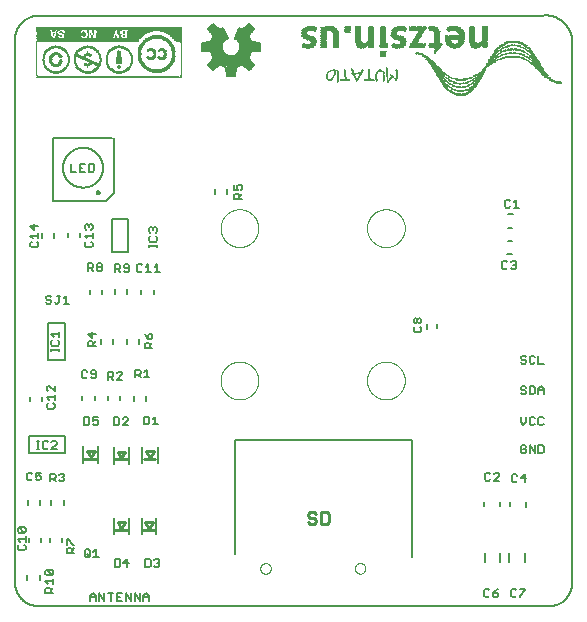
<source format=gto>
G75*
%MOIN*%
%OFA0B0*%
%FSLAX25Y25*%
%IPPOS*%
%LPD*%
%AMOC8*
5,1,8,0,0,1.08239X$1,22.5*
%
%ADD10C,0.00700*%
%ADD11C,0.01000*%
%ADD12C,0.00630*%
%ADD13C,0.00800*%
%ADD14C,0.00600*%
%ADD15R,0.01800X0.00200*%
%ADD16R,0.01600X0.00200*%
%ADD17R,0.03000X0.00200*%
%ADD18R,0.02000X0.00200*%
%ADD19R,0.00200X0.00200*%
%ADD20R,0.02400X0.00200*%
%ADD21R,0.01400X0.00200*%
%ADD22R,0.02800X0.00200*%
%ADD23R,0.04200X0.00200*%
%ADD24R,0.02600X0.00200*%
%ADD25R,0.05600X0.00200*%
%ADD26R,0.03600X0.00200*%
%ADD27R,0.04400X0.00200*%
%ADD28R,0.03800X0.00200*%
%ADD29R,0.04600X0.00200*%
%ADD30R,0.03200X0.00200*%
%ADD31R,0.06000X0.00200*%
%ADD32R,0.02200X0.00200*%
%ADD33R,0.05000X0.00200*%
%ADD34R,0.04800X0.00200*%
%ADD35R,0.03400X0.00200*%
%ADD36R,0.05800X0.00200*%
%ADD37R,0.05200X0.00200*%
%ADD38R,0.05400X0.00200*%
%ADD39R,0.00400X0.00200*%
%ADD40R,0.01000X0.00200*%
%ADD41R,0.06400X0.00200*%
%ADD42R,0.04000X0.00200*%
%ADD43R,0.06600X0.00200*%
%ADD44R,0.00800X0.00200*%
%ADD45R,0.06200X0.00200*%
%ADD46R,0.01200X0.00200*%
%ADD47R,0.00600X0.00200*%
%ADD48R,0.00200X0.00100*%
%ADD49R,0.00300X0.00100*%
%ADD50R,0.00400X0.00100*%
%ADD51R,0.00500X0.00100*%
%ADD52R,0.00600X0.00100*%
%ADD53R,0.01100X0.00100*%
%ADD54R,0.01200X0.00100*%
%ADD55R,0.01300X0.00100*%
%ADD56R,0.01500X0.00100*%
%ADD57R,0.01600X0.00100*%
%ADD58R,0.01900X0.00100*%
%ADD59R,0.00700X0.00100*%
%ADD60R,0.00800X0.00100*%
%ADD61R,0.01000X0.00100*%
%ADD62R,0.01700X0.00100*%
%ADD63R,0.02300X0.00100*%
%ADD64R,0.00900X0.00100*%
%ADD65R,0.03300X0.00100*%
%ADD66R,0.03600X0.00100*%
%ADD67R,0.01400X0.00100*%
%ADD68R,0.03100X0.00100*%
%ADD69R,0.03000X0.00100*%
%ADD70C,0.00000*%
%ADD71R,0.48400X0.00100*%
%ADD72R,0.32400X0.00100*%
%ADD73R,0.07100X0.00100*%
%ADD74R,0.07800X0.00100*%
%ADD75R,0.18200X0.00100*%
%ADD76R,0.06400X0.00100*%
%ADD77R,0.06300X0.00100*%
%ADD78R,0.04300X0.00100*%
%ADD79R,0.05900X0.00100*%
%ADD80R,0.05800X0.00100*%
%ADD81R,0.04400X0.00100*%
%ADD82R,0.07300X0.00100*%
%ADD83R,0.08700X0.00100*%
%ADD84R,0.05600X0.00100*%
%ADD85R,0.00100X0.00100*%
%ADD86R,0.06700X0.00100*%
%ADD87R,0.08100X0.00100*%
%ADD88R,0.05400X0.00100*%
%ADD89R,0.04500X0.00100*%
%ADD90R,0.06100X0.00100*%
%ADD91R,0.07500X0.00100*%
%ADD92R,0.05300X0.00100*%
%ADD93R,0.05700X0.00100*%
%ADD94R,0.07200X0.00100*%
%ADD95R,0.05200X0.00100*%
%ADD96R,0.04600X0.00100*%
%ADD97R,0.07000X0.00100*%
%ADD98R,0.06500X0.00100*%
%ADD99R,0.04900X0.00100*%
%ADD100R,0.07900X0.00100*%
%ADD101R,0.04700X0.00100*%
%ADD102R,0.04800X0.00100*%
%ADD103R,0.06200X0.00100*%
%ADD104R,0.07600X0.00100*%
%ADD105R,0.06000X0.00100*%
%ADD106R,0.07400X0.00100*%
%ADD107R,0.04200X0.00100*%
%ADD108R,0.05500X0.00100*%
%ADD109R,0.04000X0.00100*%
%ADD110R,0.03900X0.00100*%
%ADD111R,0.02000X0.00100*%
%ADD112R,0.03700X0.00100*%
%ADD113R,0.03200X0.00100*%
%ADD114R,0.05000X0.00100*%
%ADD115R,0.03800X0.00100*%
%ADD116R,0.05100X0.00100*%
%ADD117R,0.04100X0.00100*%
%ADD118R,0.03400X0.00100*%
%ADD119R,0.02900X0.00100*%
%ADD120R,0.02700X0.00100*%
%ADD121R,0.34400X0.00100*%
%ADD122R,0.02800X0.00100*%
%ADD123R,0.02400X0.00100*%
%ADD124R,0.02500X0.00100*%
%ADD125R,0.02100X0.00100*%
%ADD126R,0.34300X0.00100*%
%ADD127R,0.02600X0.00100*%
%ADD128R,0.01800X0.00100*%
%ADD129R,0.34200X0.00100*%
%ADD130R,0.34100X0.00100*%
%ADD131R,0.34000X0.00100*%
%ADD132R,0.33900X0.00100*%
%ADD133R,0.02200X0.00100*%
%ADD134R,0.33800X0.00100*%
%ADD135R,0.33700X0.00100*%
%ADD136R,0.03500X0.00100*%
%ADD137R,0.06900X0.00100*%
%ADD138R,0.06600X0.00100*%
%ADD139R,0.46600X0.00100*%
%ADD140C,0.00591*%
D10*
X0016222Y0028529D02*
X0186207Y0028529D01*
X0186397Y0028531D01*
X0186587Y0028538D01*
X0186777Y0028550D01*
X0186967Y0028566D01*
X0187156Y0028586D01*
X0187345Y0028612D01*
X0187533Y0028641D01*
X0187720Y0028676D01*
X0187906Y0028715D01*
X0188091Y0028758D01*
X0188276Y0028806D01*
X0188459Y0028858D01*
X0188640Y0028914D01*
X0188820Y0028975D01*
X0188999Y0029041D01*
X0189176Y0029110D01*
X0189352Y0029184D01*
X0189525Y0029262D01*
X0189697Y0029345D01*
X0189866Y0029431D01*
X0190034Y0029521D01*
X0190199Y0029616D01*
X0190362Y0029714D01*
X0190522Y0029817D01*
X0190680Y0029923D01*
X0190835Y0030033D01*
X0190988Y0030146D01*
X0191138Y0030264D01*
X0191284Y0030385D01*
X0191428Y0030509D01*
X0191569Y0030637D01*
X0191707Y0030768D01*
X0191842Y0030903D01*
X0191973Y0031041D01*
X0192101Y0031182D01*
X0192225Y0031326D01*
X0192346Y0031472D01*
X0192464Y0031622D01*
X0192577Y0031775D01*
X0192687Y0031930D01*
X0192793Y0032088D01*
X0192896Y0032248D01*
X0192994Y0032411D01*
X0193089Y0032576D01*
X0193179Y0032744D01*
X0193265Y0032913D01*
X0193348Y0033085D01*
X0193426Y0033258D01*
X0193500Y0033434D01*
X0193569Y0033611D01*
X0193635Y0033790D01*
X0193696Y0033970D01*
X0193752Y0034151D01*
X0193804Y0034334D01*
X0193852Y0034519D01*
X0193895Y0034704D01*
X0193934Y0034890D01*
X0193969Y0035077D01*
X0193998Y0035265D01*
X0194024Y0035454D01*
X0194044Y0035643D01*
X0194060Y0035833D01*
X0194072Y0036023D01*
X0194079Y0036213D01*
X0194081Y0036403D01*
X0194081Y0217506D01*
X0194080Y0217505D02*
X0194054Y0217719D01*
X0194023Y0217932D01*
X0193986Y0218144D01*
X0193944Y0218356D01*
X0193897Y0218566D01*
X0193845Y0218775D01*
X0193788Y0218983D01*
X0193726Y0219189D01*
X0193659Y0219394D01*
X0193588Y0219597D01*
X0193511Y0219798D01*
X0193429Y0219997D01*
X0193343Y0220195D01*
X0193252Y0220390D01*
X0193156Y0220583D01*
X0193055Y0220773D01*
X0192950Y0220961D01*
X0192841Y0221147D01*
X0192727Y0221329D01*
X0192608Y0221509D01*
X0192486Y0221686D01*
X0192359Y0221860D01*
X0192228Y0222031D01*
X0192092Y0222199D01*
X0191953Y0222363D01*
X0191810Y0222524D01*
X0191663Y0222682D01*
X0191512Y0222835D01*
X0191358Y0222986D01*
X0191200Y0223132D01*
X0191038Y0223275D01*
X0190874Y0223413D01*
X0190705Y0223548D01*
X0190534Y0223678D01*
X0190360Y0223804D01*
X0190182Y0223926D01*
X0190002Y0224044D01*
X0189818Y0224157D01*
X0189633Y0224266D01*
X0189444Y0224371D01*
X0189253Y0224470D01*
X0189060Y0224565D01*
X0188864Y0224656D01*
X0188667Y0224741D01*
X0188467Y0224822D01*
X0188266Y0224898D01*
X0188062Y0224969D01*
X0187857Y0225035D01*
X0187651Y0225097D01*
X0187443Y0225153D01*
X0187234Y0225204D01*
X0187023Y0225250D01*
X0186812Y0225291D01*
X0186599Y0225327D01*
X0186386Y0225358D01*
X0186172Y0225383D01*
X0185958Y0225404D01*
X0185743Y0225419D01*
X0185528Y0225429D01*
X0185313Y0225434D01*
X0185097Y0225433D01*
X0184882Y0225428D01*
X0184667Y0225417D01*
X0184452Y0225401D01*
X0184238Y0225379D01*
X0184238Y0225380D02*
X0016222Y0225380D01*
X0016032Y0225378D01*
X0015842Y0225371D01*
X0015652Y0225359D01*
X0015462Y0225343D01*
X0015273Y0225323D01*
X0015084Y0225297D01*
X0014896Y0225268D01*
X0014709Y0225233D01*
X0014523Y0225194D01*
X0014338Y0225151D01*
X0014153Y0225103D01*
X0013970Y0225051D01*
X0013789Y0224995D01*
X0013609Y0224934D01*
X0013430Y0224868D01*
X0013253Y0224799D01*
X0013077Y0224725D01*
X0012904Y0224647D01*
X0012732Y0224564D01*
X0012563Y0224478D01*
X0012395Y0224388D01*
X0012230Y0224293D01*
X0012067Y0224195D01*
X0011907Y0224092D01*
X0011749Y0223986D01*
X0011594Y0223876D01*
X0011441Y0223763D01*
X0011291Y0223645D01*
X0011145Y0223524D01*
X0011001Y0223400D01*
X0010860Y0223272D01*
X0010722Y0223141D01*
X0010587Y0223006D01*
X0010456Y0222868D01*
X0010328Y0222727D01*
X0010204Y0222583D01*
X0010083Y0222437D01*
X0009965Y0222287D01*
X0009852Y0222134D01*
X0009742Y0221979D01*
X0009636Y0221821D01*
X0009533Y0221661D01*
X0009435Y0221498D01*
X0009340Y0221333D01*
X0009250Y0221165D01*
X0009164Y0220996D01*
X0009081Y0220824D01*
X0009003Y0220651D01*
X0008929Y0220475D01*
X0008860Y0220298D01*
X0008794Y0220119D01*
X0008733Y0219939D01*
X0008677Y0219758D01*
X0008625Y0219575D01*
X0008577Y0219390D01*
X0008534Y0219205D01*
X0008495Y0219019D01*
X0008460Y0218832D01*
X0008431Y0218644D01*
X0008405Y0218455D01*
X0008385Y0218266D01*
X0008369Y0218076D01*
X0008357Y0217886D01*
X0008350Y0217696D01*
X0008348Y0217506D01*
X0008348Y0036403D01*
X0008350Y0036213D01*
X0008357Y0036023D01*
X0008369Y0035833D01*
X0008385Y0035643D01*
X0008405Y0035454D01*
X0008431Y0035265D01*
X0008460Y0035077D01*
X0008495Y0034890D01*
X0008534Y0034704D01*
X0008577Y0034519D01*
X0008625Y0034334D01*
X0008677Y0034151D01*
X0008733Y0033970D01*
X0008794Y0033790D01*
X0008860Y0033611D01*
X0008929Y0033434D01*
X0009003Y0033258D01*
X0009081Y0033085D01*
X0009164Y0032913D01*
X0009250Y0032744D01*
X0009340Y0032576D01*
X0009435Y0032411D01*
X0009533Y0032248D01*
X0009636Y0032088D01*
X0009742Y0031930D01*
X0009852Y0031775D01*
X0009965Y0031622D01*
X0010083Y0031472D01*
X0010204Y0031326D01*
X0010328Y0031182D01*
X0010456Y0031041D01*
X0010587Y0030903D01*
X0010722Y0030768D01*
X0010860Y0030637D01*
X0011001Y0030509D01*
X0011145Y0030385D01*
X0011291Y0030264D01*
X0011441Y0030146D01*
X0011594Y0030033D01*
X0011749Y0029923D01*
X0011907Y0029817D01*
X0012067Y0029714D01*
X0012230Y0029616D01*
X0012395Y0029521D01*
X0012563Y0029431D01*
X0012732Y0029345D01*
X0012904Y0029262D01*
X0013077Y0029184D01*
X0013253Y0029110D01*
X0013430Y0029041D01*
X0013609Y0028975D01*
X0013789Y0028914D01*
X0013970Y0028858D01*
X0014153Y0028806D01*
X0014338Y0028758D01*
X0014523Y0028715D01*
X0014709Y0028676D01*
X0014896Y0028641D01*
X0015084Y0028612D01*
X0015273Y0028586D01*
X0015462Y0028566D01*
X0015652Y0028550D01*
X0015842Y0028538D01*
X0016032Y0028531D01*
X0016222Y0028529D01*
X0013073Y0079710D02*
X0013073Y0085222D01*
X0024884Y0085222D01*
X0024884Y0079710D01*
X0013073Y0079710D01*
X0019372Y0110419D02*
X0019372Y0123017D01*
X0024884Y0123017D01*
X0024884Y0110419D01*
X0019372Y0110419D01*
X0040632Y0146639D02*
X0040632Y0157663D01*
X0046144Y0157663D01*
X0046144Y0146639D01*
X0040632Y0146639D01*
D11*
X0034923Y0080301D02*
X0032364Y0080301D01*
X0033585Y0078135D01*
X0034923Y0080301D01*
X0035435Y0077702D02*
X0031498Y0077702D01*
X0041734Y0077466D02*
X0045671Y0077466D01*
X0043821Y0077899D02*
X0045159Y0080065D01*
X0042600Y0080065D01*
X0043821Y0077899D01*
X0051222Y0077545D02*
X0055159Y0077545D01*
X0053309Y0077978D02*
X0054648Y0080143D01*
X0052089Y0080143D01*
X0053309Y0077978D01*
X0054372Y0056443D02*
X0051813Y0056443D01*
X0053034Y0054277D01*
X0054372Y0056443D01*
X0054884Y0053844D02*
X0050947Y0053844D01*
X0045593Y0053923D02*
X0041656Y0053923D01*
X0043742Y0054356D02*
X0042522Y0056521D01*
X0045081Y0056521D01*
X0043742Y0054356D01*
X0105874Y0056495D02*
X0106542Y0055828D01*
X0107876Y0055828D01*
X0108543Y0056495D01*
X0108543Y0057162D01*
X0107876Y0057829D01*
X0106542Y0057829D01*
X0105874Y0058497D01*
X0105874Y0059164D01*
X0106542Y0059831D01*
X0107876Y0059831D01*
X0108543Y0059164D01*
X0110478Y0059831D02*
X0112480Y0059831D01*
X0113147Y0059164D01*
X0113147Y0056495D01*
X0112480Y0055828D01*
X0110478Y0055828D01*
X0110478Y0059831D01*
D12*
X0081564Y0045772D02*
X0081564Y0083999D01*
X0140619Y0083999D01*
X0140619Y0044765D01*
X0164943Y0046212D02*
X0164943Y0043141D01*
X0169904Y0043141D02*
X0169904Y0046133D01*
X0173132Y0046133D02*
X0173132Y0043141D01*
X0178250Y0043141D02*
X0178250Y0046133D01*
X0178526Y0061684D02*
X0178526Y0063259D01*
X0173171Y0063377D02*
X0173171Y0061802D01*
X0169904Y0061802D02*
X0169904Y0063377D01*
X0164785Y0063377D02*
X0164785Y0061802D01*
X0148959Y0121094D02*
X0148959Y0122669D01*
X0145770Y0122590D02*
X0145770Y0121015D01*
X0172437Y0145990D02*
X0174012Y0145990D01*
X0174130Y0150321D02*
X0172556Y0150321D01*
X0172516Y0154572D02*
X0174091Y0154572D01*
X0174170Y0159297D02*
X0172595Y0159297D01*
X0079156Y0165858D02*
X0079156Y0167432D01*
X0075100Y0167432D02*
X0075100Y0165858D01*
X0054510Y0134007D02*
X0054510Y0132432D01*
X0050455Y0132432D02*
X0050455Y0134007D01*
X0045809Y0134125D02*
X0045809Y0132550D01*
X0041754Y0132550D02*
X0041754Y0134125D01*
X0037226Y0134007D02*
X0037226Y0132432D01*
X0033171Y0132432D02*
X0033171Y0134007D01*
X0030100Y0151448D02*
X0030100Y0153023D01*
X0026045Y0153023D02*
X0026045Y0151448D01*
X0021400Y0151369D02*
X0021400Y0152944D01*
X0017345Y0152944D02*
X0017345Y0151369D01*
X0036990Y0117472D02*
X0036990Y0115897D01*
X0041045Y0115897D02*
X0041045Y0117472D01*
X0045691Y0117550D02*
X0045691Y0115976D01*
X0049746Y0115976D02*
X0049746Y0117550D01*
X0048053Y0098574D02*
X0048053Y0096999D01*
X0052108Y0096999D02*
X0052108Y0098574D01*
X0043408Y0098653D02*
X0043408Y0097078D01*
X0039352Y0097078D02*
X0039352Y0098653D01*
X0034864Y0098692D02*
X0034864Y0097117D01*
X0030809Y0097117D02*
X0030809Y0098692D01*
X0017345Y0098338D02*
X0017345Y0096763D01*
X0013289Y0096763D02*
X0013289Y0098338D01*
X0031085Y0081763D02*
X0031085Y0076251D01*
X0036124Y0076291D02*
X0036124Y0081802D01*
X0041321Y0081527D02*
X0041321Y0076015D01*
X0046360Y0076054D02*
X0046360Y0081566D01*
X0050809Y0081606D02*
X0050809Y0076094D01*
X0055848Y0076133D02*
X0055848Y0081645D01*
X0055415Y0057984D02*
X0055415Y0052472D01*
X0050691Y0052472D02*
X0050691Y0057984D01*
X0046282Y0058023D02*
X0046282Y0052511D01*
X0041242Y0052472D02*
X0041242Y0057984D01*
X0024510Y0062393D02*
X0024510Y0063968D01*
X0020455Y0063968D02*
X0020455Y0062393D01*
X0016557Y0062393D02*
X0016557Y0063968D01*
X0012502Y0063968D02*
X0012502Y0062393D01*
X0012974Y0051330D02*
X0012974Y0049755D01*
X0017030Y0049755D02*
X0017030Y0051330D01*
X0020061Y0051330D02*
X0020061Y0049755D01*
X0024116Y0049755D02*
X0024116Y0051330D01*
X0016518Y0038810D02*
X0016518Y0037235D01*
X0012463Y0037235D02*
X0012463Y0038810D01*
D13*
X0020947Y0163490D02*
X0038782Y0163490D01*
X0041498Y0166167D01*
X0041498Y0184671D01*
X0040720Y0184680D02*
X0020868Y0184680D01*
X0020947Y0163490D01*
X0024358Y0174683D02*
X0024360Y0174846D01*
X0024366Y0175009D01*
X0024376Y0175172D01*
X0024390Y0175334D01*
X0024408Y0175496D01*
X0024430Y0175657D01*
X0024456Y0175818D01*
X0024486Y0175979D01*
X0024519Y0176138D01*
X0024557Y0176297D01*
X0024599Y0176454D01*
X0024644Y0176611D01*
X0024693Y0176766D01*
X0024746Y0176920D01*
X0024803Y0177073D01*
X0024864Y0177224D01*
X0024928Y0177374D01*
X0024996Y0177522D01*
X0025067Y0177669D01*
X0025142Y0177814D01*
X0025221Y0177956D01*
X0025303Y0178097D01*
X0025388Y0178236D01*
X0025477Y0178373D01*
X0025569Y0178507D01*
X0025665Y0178639D01*
X0025764Y0178769D01*
X0025865Y0178896D01*
X0025970Y0179021D01*
X0026078Y0179143D01*
X0026189Y0179262D01*
X0026303Y0179379D01*
X0026420Y0179493D01*
X0026539Y0179604D01*
X0026661Y0179712D01*
X0026786Y0179817D01*
X0026913Y0179918D01*
X0027043Y0180017D01*
X0027175Y0180113D01*
X0027309Y0180205D01*
X0027446Y0180294D01*
X0027585Y0180379D01*
X0027726Y0180461D01*
X0027868Y0180540D01*
X0028013Y0180615D01*
X0028160Y0180686D01*
X0028308Y0180754D01*
X0028458Y0180818D01*
X0028609Y0180879D01*
X0028762Y0180936D01*
X0028916Y0180989D01*
X0029071Y0181038D01*
X0029228Y0181083D01*
X0029385Y0181125D01*
X0029544Y0181163D01*
X0029703Y0181196D01*
X0029864Y0181226D01*
X0030025Y0181252D01*
X0030186Y0181274D01*
X0030348Y0181292D01*
X0030510Y0181306D01*
X0030673Y0181316D01*
X0030836Y0181322D01*
X0030999Y0181324D01*
X0031162Y0181322D01*
X0031325Y0181316D01*
X0031488Y0181306D01*
X0031650Y0181292D01*
X0031812Y0181274D01*
X0031973Y0181252D01*
X0032134Y0181226D01*
X0032295Y0181196D01*
X0032454Y0181163D01*
X0032613Y0181125D01*
X0032770Y0181083D01*
X0032927Y0181038D01*
X0033082Y0180989D01*
X0033236Y0180936D01*
X0033389Y0180879D01*
X0033540Y0180818D01*
X0033690Y0180754D01*
X0033838Y0180686D01*
X0033985Y0180615D01*
X0034130Y0180540D01*
X0034272Y0180461D01*
X0034413Y0180379D01*
X0034552Y0180294D01*
X0034689Y0180205D01*
X0034823Y0180113D01*
X0034955Y0180017D01*
X0035085Y0179918D01*
X0035212Y0179817D01*
X0035337Y0179712D01*
X0035459Y0179604D01*
X0035578Y0179493D01*
X0035695Y0179379D01*
X0035809Y0179262D01*
X0035920Y0179143D01*
X0036028Y0179021D01*
X0036133Y0178896D01*
X0036234Y0178769D01*
X0036333Y0178639D01*
X0036429Y0178507D01*
X0036521Y0178373D01*
X0036610Y0178236D01*
X0036695Y0178097D01*
X0036777Y0177956D01*
X0036856Y0177814D01*
X0036931Y0177669D01*
X0037002Y0177522D01*
X0037070Y0177374D01*
X0037134Y0177224D01*
X0037195Y0177073D01*
X0037252Y0176920D01*
X0037305Y0176766D01*
X0037354Y0176611D01*
X0037399Y0176454D01*
X0037441Y0176297D01*
X0037479Y0176138D01*
X0037512Y0175979D01*
X0037542Y0175818D01*
X0037568Y0175657D01*
X0037590Y0175496D01*
X0037608Y0175334D01*
X0037622Y0175172D01*
X0037632Y0175009D01*
X0037638Y0174846D01*
X0037640Y0174683D01*
X0037638Y0174520D01*
X0037632Y0174357D01*
X0037622Y0174194D01*
X0037608Y0174032D01*
X0037590Y0173870D01*
X0037568Y0173709D01*
X0037542Y0173548D01*
X0037512Y0173387D01*
X0037479Y0173228D01*
X0037441Y0173069D01*
X0037399Y0172912D01*
X0037354Y0172755D01*
X0037305Y0172600D01*
X0037252Y0172446D01*
X0037195Y0172293D01*
X0037134Y0172142D01*
X0037070Y0171992D01*
X0037002Y0171844D01*
X0036931Y0171697D01*
X0036856Y0171552D01*
X0036777Y0171410D01*
X0036695Y0171269D01*
X0036610Y0171130D01*
X0036521Y0170993D01*
X0036429Y0170859D01*
X0036333Y0170727D01*
X0036234Y0170597D01*
X0036133Y0170470D01*
X0036028Y0170345D01*
X0035920Y0170223D01*
X0035809Y0170104D01*
X0035695Y0169987D01*
X0035578Y0169873D01*
X0035459Y0169762D01*
X0035337Y0169654D01*
X0035212Y0169549D01*
X0035085Y0169448D01*
X0034955Y0169349D01*
X0034823Y0169253D01*
X0034689Y0169161D01*
X0034552Y0169072D01*
X0034413Y0168987D01*
X0034272Y0168905D01*
X0034130Y0168826D01*
X0033985Y0168751D01*
X0033838Y0168680D01*
X0033690Y0168612D01*
X0033540Y0168548D01*
X0033389Y0168487D01*
X0033236Y0168430D01*
X0033082Y0168377D01*
X0032927Y0168328D01*
X0032770Y0168283D01*
X0032613Y0168241D01*
X0032454Y0168203D01*
X0032295Y0168170D01*
X0032134Y0168140D01*
X0031973Y0168114D01*
X0031812Y0168092D01*
X0031650Y0168074D01*
X0031488Y0168060D01*
X0031325Y0168050D01*
X0031162Y0168044D01*
X0030999Y0168042D01*
X0030836Y0168044D01*
X0030673Y0168050D01*
X0030510Y0168060D01*
X0030348Y0168074D01*
X0030186Y0168092D01*
X0030025Y0168114D01*
X0029864Y0168140D01*
X0029703Y0168170D01*
X0029544Y0168203D01*
X0029385Y0168241D01*
X0029228Y0168283D01*
X0029071Y0168328D01*
X0028916Y0168377D01*
X0028762Y0168430D01*
X0028609Y0168487D01*
X0028458Y0168548D01*
X0028308Y0168612D01*
X0028160Y0168680D01*
X0028013Y0168751D01*
X0027868Y0168826D01*
X0027726Y0168905D01*
X0027585Y0168987D01*
X0027446Y0169072D01*
X0027309Y0169161D01*
X0027175Y0169253D01*
X0027043Y0169349D01*
X0026913Y0169448D01*
X0026786Y0169549D01*
X0026661Y0169654D01*
X0026539Y0169762D01*
X0026420Y0169873D01*
X0026303Y0169987D01*
X0026189Y0170104D01*
X0026078Y0170223D01*
X0025970Y0170345D01*
X0025865Y0170470D01*
X0025764Y0170597D01*
X0025665Y0170727D01*
X0025569Y0170859D01*
X0025477Y0170993D01*
X0025388Y0171130D01*
X0025303Y0171269D01*
X0025221Y0171410D01*
X0025142Y0171552D01*
X0025067Y0171697D01*
X0024996Y0171844D01*
X0024928Y0171992D01*
X0024864Y0172142D01*
X0024803Y0172293D01*
X0024746Y0172446D01*
X0024693Y0172600D01*
X0024644Y0172755D01*
X0024599Y0172912D01*
X0024557Y0173069D01*
X0024519Y0173228D01*
X0024486Y0173387D01*
X0024456Y0173548D01*
X0024430Y0173709D01*
X0024408Y0173870D01*
X0024390Y0174032D01*
X0024376Y0174194D01*
X0024366Y0174357D01*
X0024360Y0174520D01*
X0024358Y0174683D01*
X0035528Y0166364D02*
X0035530Y0166408D01*
X0035536Y0166452D01*
X0035545Y0166495D01*
X0035559Y0166537D01*
X0035576Y0166577D01*
X0035597Y0166616D01*
X0035621Y0166653D01*
X0035648Y0166688D01*
X0035678Y0166720D01*
X0035711Y0166749D01*
X0035746Y0166776D01*
X0035783Y0166799D01*
X0035823Y0166819D01*
X0035864Y0166835D01*
X0035906Y0166847D01*
X0035949Y0166856D01*
X0035993Y0166861D01*
X0036037Y0166862D01*
X0036081Y0166859D01*
X0036125Y0166852D01*
X0036167Y0166842D01*
X0036209Y0166827D01*
X0036249Y0166809D01*
X0036288Y0166788D01*
X0036324Y0166763D01*
X0036358Y0166735D01*
X0036390Y0166704D01*
X0036418Y0166671D01*
X0036444Y0166635D01*
X0036466Y0166597D01*
X0036485Y0166557D01*
X0036500Y0166516D01*
X0036512Y0166473D01*
X0036520Y0166430D01*
X0036524Y0166386D01*
X0036524Y0166342D01*
X0036520Y0166298D01*
X0036512Y0166255D01*
X0036500Y0166212D01*
X0036485Y0166171D01*
X0036466Y0166131D01*
X0036444Y0166093D01*
X0036418Y0166057D01*
X0036390Y0166024D01*
X0036358Y0165993D01*
X0036324Y0165965D01*
X0036288Y0165940D01*
X0036249Y0165919D01*
X0036209Y0165901D01*
X0036167Y0165886D01*
X0036125Y0165876D01*
X0036081Y0165869D01*
X0036037Y0165866D01*
X0035993Y0165867D01*
X0035949Y0165872D01*
X0035906Y0165881D01*
X0035864Y0165893D01*
X0035823Y0165909D01*
X0035783Y0165929D01*
X0035746Y0165952D01*
X0035711Y0165979D01*
X0035678Y0166008D01*
X0035648Y0166040D01*
X0035621Y0166075D01*
X0035597Y0166112D01*
X0035576Y0166151D01*
X0035559Y0166191D01*
X0035545Y0166233D01*
X0035536Y0166276D01*
X0035530Y0166320D01*
X0035528Y0166364D01*
D14*
X0034213Y0173325D02*
X0032912Y0173325D01*
X0032912Y0175927D01*
X0034213Y0175927D01*
X0034646Y0175494D01*
X0034646Y0173759D01*
X0034213Y0173325D01*
X0031700Y0173325D02*
X0029965Y0173325D01*
X0029965Y0175927D01*
X0031700Y0175927D01*
X0030832Y0174626D02*
X0029965Y0174626D01*
X0028753Y0173325D02*
X0027019Y0173325D01*
X0027019Y0175927D01*
X0032014Y0155792D02*
X0032448Y0155792D01*
X0032881Y0155358D01*
X0033315Y0155792D01*
X0033749Y0155792D01*
X0034182Y0155358D01*
X0034182Y0154491D01*
X0033749Y0154057D01*
X0032881Y0154924D02*
X0032881Y0155358D01*
X0032014Y0155792D02*
X0031580Y0155358D01*
X0031580Y0154491D01*
X0032014Y0154057D01*
X0031580Y0151978D02*
X0034182Y0151978D01*
X0034182Y0152845D02*
X0034182Y0151110D01*
X0033749Y0149899D02*
X0034182Y0149465D01*
X0034182Y0148598D01*
X0033749Y0148164D01*
X0032014Y0148164D01*
X0031580Y0148598D01*
X0031580Y0149465D01*
X0032014Y0149899D01*
X0032448Y0151110D02*
X0031580Y0151978D01*
X0032708Y0142805D02*
X0034009Y0142805D01*
X0034442Y0142372D01*
X0034442Y0141504D01*
X0034009Y0141071D01*
X0032708Y0141071D01*
X0033575Y0141071D02*
X0034442Y0140203D01*
X0035654Y0140637D02*
X0035654Y0141071D01*
X0036088Y0141504D01*
X0036955Y0141504D01*
X0037389Y0141071D01*
X0037389Y0140637D01*
X0036955Y0140203D01*
X0036088Y0140203D01*
X0035654Y0140637D01*
X0036088Y0141504D02*
X0035654Y0141938D01*
X0035654Y0142372D01*
X0036088Y0142805D01*
X0036955Y0142805D01*
X0037389Y0142372D01*
X0037389Y0141938D01*
X0036955Y0141504D01*
X0032708Y0140203D02*
X0032708Y0142805D01*
X0025444Y0131994D02*
X0025444Y0129392D01*
X0024577Y0129392D02*
X0026312Y0129392D01*
X0024577Y0131127D02*
X0025444Y0131994D01*
X0023365Y0131994D02*
X0022498Y0131994D01*
X0022932Y0131994D02*
X0022932Y0129826D01*
X0022498Y0129392D01*
X0022064Y0129392D01*
X0021630Y0129826D01*
X0020419Y0129826D02*
X0019985Y0129392D01*
X0019118Y0129392D01*
X0018684Y0129826D01*
X0019118Y0130693D02*
X0019985Y0130693D01*
X0020419Y0130260D01*
X0020419Y0129826D01*
X0019118Y0130693D02*
X0018684Y0131127D01*
X0018684Y0131561D01*
X0019118Y0131994D01*
X0019985Y0131994D01*
X0020419Y0131561D01*
X0022973Y0120051D02*
X0022973Y0118316D01*
X0022973Y0119183D02*
X0020371Y0119183D01*
X0021238Y0118316D01*
X0020804Y0117104D02*
X0020371Y0116670D01*
X0020371Y0115803D01*
X0020804Y0115369D01*
X0022539Y0115369D01*
X0022973Y0115803D01*
X0022973Y0116670D01*
X0022539Y0117104D01*
X0022973Y0114272D02*
X0022973Y0113405D01*
X0022973Y0113839D02*
X0020371Y0113839D01*
X0020371Y0114272D02*
X0020371Y0113405D01*
X0030665Y0106687D02*
X0030665Y0104953D01*
X0031099Y0104519D01*
X0031966Y0104519D01*
X0032400Y0104953D01*
X0033611Y0104953D02*
X0034045Y0104519D01*
X0034913Y0104519D01*
X0035346Y0104953D01*
X0035346Y0106687D01*
X0034913Y0107121D01*
X0034045Y0107121D01*
X0033611Y0106687D01*
X0033611Y0106254D01*
X0034045Y0105820D01*
X0035346Y0105820D01*
X0032400Y0106687D02*
X0031966Y0107121D01*
X0031099Y0107121D01*
X0030665Y0106687D01*
X0032655Y0115093D02*
X0032655Y0116394D01*
X0033089Y0116828D01*
X0033956Y0116828D01*
X0034390Y0116394D01*
X0034390Y0115093D01*
X0035257Y0115093D02*
X0032655Y0115093D01*
X0034390Y0115960D02*
X0035257Y0116828D01*
X0033956Y0118039D02*
X0033956Y0119774D01*
X0032655Y0119341D02*
X0033956Y0118039D01*
X0035257Y0119341D02*
X0032655Y0119341D01*
X0039326Y0106621D02*
X0040627Y0106621D01*
X0041061Y0106187D01*
X0041061Y0105320D01*
X0040627Y0104886D01*
X0039326Y0104886D01*
X0039326Y0104019D02*
X0039326Y0106621D01*
X0040194Y0104886D02*
X0041061Y0104019D01*
X0042273Y0104019D02*
X0044008Y0105754D01*
X0044008Y0106187D01*
X0043574Y0106621D01*
X0042707Y0106621D01*
X0042273Y0106187D01*
X0042273Y0104019D02*
X0044008Y0104019D01*
X0048456Y0104770D02*
X0048456Y0107372D01*
X0049757Y0107372D01*
X0050190Y0106939D01*
X0050190Y0106071D01*
X0049757Y0105638D01*
X0048456Y0105638D01*
X0049323Y0105638D02*
X0050190Y0104770D01*
X0051402Y0104770D02*
X0053137Y0104770D01*
X0052269Y0104770D02*
X0052269Y0107372D01*
X0051402Y0106505D01*
X0051516Y0114625D02*
X0051516Y0115926D01*
X0051950Y0116360D01*
X0052817Y0116360D01*
X0053251Y0115926D01*
X0053251Y0114625D01*
X0053251Y0115493D02*
X0054119Y0116360D01*
X0053685Y0117572D02*
X0054119Y0118005D01*
X0054119Y0118873D01*
X0053685Y0119306D01*
X0053251Y0119306D01*
X0052817Y0118873D01*
X0052817Y0117572D01*
X0053685Y0117572D01*
X0052817Y0117572D02*
X0051950Y0118439D01*
X0051516Y0119306D01*
X0051516Y0114625D02*
X0054119Y0114625D01*
X0055038Y0091724D02*
X0054170Y0090856D01*
X0055038Y0091724D02*
X0055038Y0089121D01*
X0055905Y0089121D02*
X0054170Y0089121D01*
X0052959Y0089555D02*
X0052959Y0091290D01*
X0052525Y0091724D01*
X0051224Y0091724D01*
X0051224Y0089121D01*
X0052525Y0089121D01*
X0052959Y0089555D01*
X0045945Y0088885D02*
X0044210Y0088885D01*
X0045945Y0090620D01*
X0045945Y0091054D01*
X0045511Y0091487D01*
X0044644Y0091487D01*
X0044210Y0091054D01*
X0042998Y0091054D02*
X0042564Y0091487D01*
X0041263Y0091487D01*
X0041263Y0088885D01*
X0042564Y0088885D01*
X0042998Y0089319D01*
X0042998Y0091054D01*
X0035984Y0091566D02*
X0034249Y0091566D01*
X0034249Y0090265D01*
X0035117Y0090699D01*
X0035550Y0090699D01*
X0035984Y0090265D01*
X0035984Y0089398D01*
X0035550Y0088964D01*
X0034683Y0088964D01*
X0034249Y0089398D01*
X0033037Y0089398D02*
X0033037Y0091132D01*
X0032604Y0091566D01*
X0031303Y0091566D01*
X0031303Y0088964D01*
X0032604Y0088964D01*
X0033037Y0089398D01*
X0022223Y0083124D02*
X0021790Y0083557D01*
X0020922Y0083557D01*
X0020488Y0083124D01*
X0019277Y0083124D02*
X0018843Y0083557D01*
X0017976Y0083557D01*
X0017542Y0083124D01*
X0017542Y0081389D01*
X0017976Y0080955D01*
X0018843Y0080955D01*
X0019277Y0081389D01*
X0020488Y0080955D02*
X0022223Y0082690D01*
X0022223Y0083124D01*
X0022223Y0080955D02*
X0020488Y0080955D01*
X0016445Y0080955D02*
X0015578Y0080955D01*
X0016011Y0080955D02*
X0016011Y0083557D01*
X0015578Y0083557D02*
X0016445Y0083557D01*
X0016916Y0073014D02*
X0015182Y0073014D01*
X0015182Y0071713D01*
X0016049Y0072147D01*
X0016483Y0072147D01*
X0016916Y0071713D01*
X0016916Y0070846D01*
X0016483Y0070412D01*
X0015615Y0070412D01*
X0015182Y0070846D01*
X0013970Y0070846D02*
X0013536Y0070412D01*
X0012669Y0070412D01*
X0012235Y0070846D01*
X0012235Y0072580D01*
X0012669Y0073014D01*
X0013536Y0073014D01*
X0013970Y0072580D01*
X0020109Y0072727D02*
X0020109Y0070124D01*
X0020109Y0070992D02*
X0021410Y0070992D01*
X0021844Y0071426D01*
X0021844Y0072293D01*
X0021410Y0072727D01*
X0020109Y0072727D01*
X0020977Y0070992D02*
X0021844Y0070124D01*
X0023056Y0070558D02*
X0023489Y0070124D01*
X0024357Y0070124D01*
X0024790Y0070558D01*
X0024790Y0070992D01*
X0024357Y0071426D01*
X0023923Y0071426D01*
X0024357Y0071426D02*
X0024790Y0071859D01*
X0024790Y0072293D01*
X0024357Y0072727D01*
X0023489Y0072727D01*
X0023056Y0072293D01*
X0011453Y0054740D02*
X0009718Y0054740D01*
X0011453Y0053005D01*
X0011886Y0053438D01*
X0011886Y0054306D01*
X0011453Y0054740D01*
X0009718Y0054740D02*
X0009284Y0054306D01*
X0009284Y0053438D01*
X0009718Y0053005D01*
X0011453Y0053005D01*
X0011886Y0051793D02*
X0011886Y0050058D01*
X0011886Y0050926D02*
X0009284Y0050926D01*
X0010151Y0050058D01*
X0009718Y0048846D02*
X0009284Y0048413D01*
X0009284Y0047545D01*
X0009718Y0047112D01*
X0011453Y0047112D01*
X0011886Y0047545D01*
X0011886Y0048413D01*
X0011453Y0048846D01*
X0018879Y0040566D02*
X0020614Y0038831D01*
X0021048Y0039265D01*
X0021048Y0040133D01*
X0020614Y0040566D01*
X0018879Y0040566D01*
X0018445Y0040133D01*
X0018445Y0039265D01*
X0018879Y0038831D01*
X0020614Y0038831D01*
X0021048Y0037620D02*
X0021048Y0035885D01*
X0021048Y0036752D02*
X0018445Y0036752D01*
X0019313Y0035885D01*
X0018879Y0034673D02*
X0019747Y0034673D01*
X0020180Y0034240D01*
X0020180Y0032938D01*
X0021048Y0032938D02*
X0018445Y0032938D01*
X0018445Y0034240D01*
X0018879Y0034673D01*
X0020180Y0033806D02*
X0021048Y0034673D01*
X0025532Y0046121D02*
X0025532Y0047422D01*
X0025966Y0047856D01*
X0026833Y0047856D01*
X0027267Y0047422D01*
X0027267Y0046121D01*
X0028134Y0046121D02*
X0025532Y0046121D01*
X0027267Y0046989D02*
X0028134Y0047856D01*
X0028134Y0049068D02*
X0027701Y0049068D01*
X0025966Y0050803D01*
X0025532Y0050803D01*
X0025532Y0049068D01*
X0031515Y0047069D02*
X0031515Y0045335D01*
X0031949Y0044901D01*
X0032816Y0044901D01*
X0033250Y0045335D01*
X0033250Y0047069D01*
X0032816Y0047503D01*
X0031949Y0047503D01*
X0031515Y0047069D01*
X0032383Y0045768D02*
X0033250Y0044901D01*
X0034462Y0044901D02*
X0036197Y0044901D01*
X0035329Y0044901D02*
X0035329Y0047503D01*
X0034462Y0046636D01*
X0041539Y0044204D02*
X0041539Y0041602D01*
X0042840Y0041602D01*
X0043274Y0042035D01*
X0043274Y0043770D01*
X0042840Y0044204D01*
X0041539Y0044204D01*
X0044485Y0042903D02*
X0046220Y0042903D01*
X0045787Y0041602D02*
X0045787Y0044204D01*
X0044485Y0042903D01*
X0051775Y0044204D02*
X0051775Y0041602D01*
X0053076Y0041602D01*
X0053510Y0042035D01*
X0053510Y0043770D01*
X0053076Y0044204D01*
X0051775Y0044204D01*
X0054722Y0043770D02*
X0055155Y0044204D01*
X0056023Y0044204D01*
X0056456Y0043770D01*
X0056456Y0043336D01*
X0056023Y0042903D01*
X0056456Y0042469D01*
X0056456Y0042035D01*
X0056023Y0041602D01*
X0055155Y0041602D01*
X0054722Y0042035D01*
X0055589Y0042903D02*
X0056023Y0042903D01*
X0052027Y0032842D02*
X0052894Y0031975D01*
X0052894Y0030240D01*
X0052894Y0031541D02*
X0051159Y0031541D01*
X0051159Y0031975D02*
X0051159Y0030240D01*
X0049948Y0030240D02*
X0049948Y0032842D01*
X0051159Y0031975D02*
X0052027Y0032842D01*
X0049948Y0030240D02*
X0048213Y0032842D01*
X0048213Y0030240D01*
X0047001Y0030240D02*
X0047001Y0032842D01*
X0045266Y0032842D02*
X0045266Y0030240D01*
X0044055Y0030240D02*
X0042320Y0030240D01*
X0042320Y0032842D01*
X0044055Y0032842D01*
X0045266Y0032842D02*
X0047001Y0030240D01*
X0043187Y0031541D02*
X0042320Y0031541D01*
X0041108Y0032842D02*
X0039373Y0032842D01*
X0040241Y0032842D02*
X0040241Y0030240D01*
X0038162Y0030240D02*
X0038162Y0032842D01*
X0036427Y0032842D02*
X0036427Y0030240D01*
X0035215Y0030240D02*
X0035215Y0031975D01*
X0034348Y0032842D01*
X0033480Y0031975D01*
X0033480Y0030240D01*
X0033480Y0031541D02*
X0035215Y0031541D01*
X0036427Y0032842D02*
X0038162Y0030240D01*
X0021111Y0094345D02*
X0019376Y0094345D01*
X0018942Y0094779D01*
X0018942Y0095646D01*
X0019376Y0096080D01*
X0019810Y0097291D02*
X0018942Y0098159D01*
X0021545Y0098159D01*
X0021545Y0099026D02*
X0021545Y0097291D01*
X0021111Y0096080D02*
X0021545Y0095646D01*
X0021545Y0094779D01*
X0021111Y0094345D01*
X0021545Y0100238D02*
X0019810Y0101973D01*
X0019376Y0101973D01*
X0018942Y0101539D01*
X0018942Y0100672D01*
X0019376Y0100238D01*
X0021545Y0100238D02*
X0021545Y0101973D01*
X0041689Y0139885D02*
X0041689Y0142487D01*
X0042990Y0142487D01*
X0043423Y0142054D01*
X0043423Y0141186D01*
X0042990Y0140752D01*
X0041689Y0140752D01*
X0042556Y0140752D02*
X0043423Y0139885D01*
X0044635Y0140319D02*
X0045069Y0139885D01*
X0045936Y0139885D01*
X0046370Y0140319D01*
X0046370Y0142054D01*
X0045936Y0142487D01*
X0045069Y0142487D01*
X0044635Y0142054D01*
X0044635Y0141620D01*
X0045069Y0141186D01*
X0046370Y0141186D01*
X0048978Y0140386D02*
X0049412Y0139952D01*
X0050279Y0139952D01*
X0050713Y0140386D01*
X0051925Y0139952D02*
X0053660Y0139952D01*
X0052792Y0139952D02*
X0052792Y0142554D01*
X0051925Y0141687D01*
X0050713Y0142121D02*
X0050279Y0142554D01*
X0049412Y0142554D01*
X0048978Y0142121D01*
X0048978Y0140386D01*
X0054871Y0139952D02*
X0056606Y0139952D01*
X0055739Y0139952D02*
X0055739Y0142554D01*
X0054871Y0141687D01*
X0055667Y0148101D02*
X0055667Y0148968D01*
X0055667Y0148535D02*
X0053064Y0148535D01*
X0053064Y0148968D02*
X0053064Y0148101D01*
X0053498Y0150065D02*
X0055233Y0150065D01*
X0055667Y0150499D01*
X0055667Y0151366D01*
X0055233Y0151800D01*
X0055233Y0153012D02*
X0055667Y0153445D01*
X0055667Y0154313D01*
X0055233Y0154747D01*
X0054799Y0154747D01*
X0054365Y0154313D01*
X0054365Y0153879D01*
X0054365Y0154313D02*
X0053932Y0154747D01*
X0053498Y0154747D01*
X0053064Y0154313D01*
X0053064Y0153445D01*
X0053498Y0153012D01*
X0053498Y0151800D02*
X0053064Y0151366D01*
X0053064Y0150499D01*
X0053498Y0150065D01*
X0081379Y0164166D02*
X0081379Y0165467D01*
X0081813Y0165901D01*
X0082680Y0165901D01*
X0083114Y0165467D01*
X0083114Y0164166D01*
X0083114Y0165033D02*
X0083982Y0165901D01*
X0083548Y0167113D02*
X0083982Y0167546D01*
X0083982Y0168414D01*
X0083548Y0168847D01*
X0082680Y0168847D01*
X0082247Y0168414D01*
X0082247Y0167980D01*
X0082680Y0167113D01*
X0081379Y0167113D01*
X0081379Y0168847D01*
X0081379Y0164166D02*
X0083982Y0164166D01*
X0141186Y0124065D02*
X0141620Y0124499D01*
X0142054Y0124499D01*
X0142488Y0124065D01*
X0142488Y0123198D01*
X0142054Y0122764D01*
X0141620Y0122764D01*
X0141186Y0123198D01*
X0141186Y0124065D01*
X0142488Y0124065D02*
X0142921Y0124499D01*
X0143355Y0124499D01*
X0143789Y0124065D01*
X0143789Y0123198D01*
X0143355Y0122764D01*
X0142921Y0122764D01*
X0142488Y0123198D01*
X0143355Y0121552D02*
X0143789Y0121118D01*
X0143789Y0120251D01*
X0143355Y0119817D01*
X0141620Y0119817D01*
X0141186Y0120251D01*
X0141186Y0121118D01*
X0141620Y0121552D01*
X0170618Y0141354D02*
X0171051Y0140921D01*
X0171919Y0140921D01*
X0172352Y0141354D01*
X0173564Y0141354D02*
X0173998Y0140921D01*
X0174865Y0140921D01*
X0175299Y0141354D01*
X0175299Y0141788D01*
X0174865Y0142222D01*
X0174432Y0142222D01*
X0174865Y0142222D02*
X0175299Y0142655D01*
X0175299Y0143089D01*
X0174865Y0143523D01*
X0173998Y0143523D01*
X0173564Y0143089D01*
X0172352Y0143089D02*
X0171919Y0143523D01*
X0171051Y0143523D01*
X0170618Y0143089D01*
X0170618Y0141354D01*
X0172028Y0161367D02*
X0171594Y0161801D01*
X0171594Y0163535D01*
X0172028Y0163969D01*
X0172895Y0163969D01*
X0173329Y0163535D01*
X0174541Y0163102D02*
X0175408Y0163969D01*
X0175408Y0161367D01*
X0174541Y0161367D02*
X0176275Y0161367D01*
X0173329Y0161801D02*
X0172895Y0161367D01*
X0172028Y0161367D01*
X0177343Y0111998D02*
X0176909Y0111565D01*
X0176909Y0111131D01*
X0177343Y0110697D01*
X0178210Y0110697D01*
X0178644Y0110264D01*
X0178644Y0109830D01*
X0178210Y0109396D01*
X0177343Y0109396D01*
X0176909Y0109830D01*
X0177343Y0111998D02*
X0178210Y0111998D01*
X0178644Y0111565D01*
X0179855Y0111565D02*
X0179855Y0109830D01*
X0180289Y0109396D01*
X0181157Y0109396D01*
X0181590Y0109830D01*
X0182802Y0109396D02*
X0182802Y0111998D01*
X0181590Y0111565D02*
X0181157Y0111998D01*
X0180289Y0111998D01*
X0179855Y0111565D01*
X0182802Y0109396D02*
X0184537Y0109396D01*
X0183669Y0101762D02*
X0184537Y0100895D01*
X0184537Y0099160D01*
X0184537Y0100461D02*
X0182802Y0100461D01*
X0182802Y0100895D02*
X0183669Y0101762D01*
X0182802Y0100895D02*
X0182802Y0099160D01*
X0181590Y0099594D02*
X0181590Y0101328D01*
X0181157Y0101762D01*
X0179855Y0101762D01*
X0179855Y0099160D01*
X0181157Y0099160D01*
X0181590Y0099594D01*
X0178644Y0099594D02*
X0178644Y0100027D01*
X0178210Y0100461D01*
X0177343Y0100461D01*
X0176909Y0100895D01*
X0176909Y0101328D01*
X0177343Y0101762D01*
X0178210Y0101762D01*
X0178644Y0101328D01*
X0178644Y0099594D02*
X0178210Y0099160D01*
X0177343Y0099160D01*
X0176909Y0099594D01*
X0176909Y0091526D02*
X0176909Y0089791D01*
X0177776Y0088924D01*
X0178644Y0089791D01*
X0178644Y0091526D01*
X0179855Y0091092D02*
X0179855Y0089357D01*
X0180289Y0088924D01*
X0181157Y0088924D01*
X0181590Y0089357D01*
X0182802Y0089357D02*
X0182802Y0091092D01*
X0183236Y0091526D01*
X0184103Y0091526D01*
X0184537Y0091092D01*
X0184537Y0089357D02*
X0184103Y0088924D01*
X0183236Y0088924D01*
X0182802Y0089357D01*
X0181590Y0091092D02*
X0181157Y0091526D01*
X0180289Y0091526D01*
X0179855Y0091092D01*
X0179855Y0082077D02*
X0181590Y0079475D01*
X0181590Y0082077D01*
X0182802Y0082077D02*
X0182802Y0079475D01*
X0184103Y0079475D01*
X0184537Y0079909D01*
X0184537Y0081643D01*
X0184103Y0082077D01*
X0182802Y0082077D01*
X0179855Y0082077D02*
X0179855Y0079475D01*
X0178644Y0079909D02*
X0178644Y0080776D01*
X0177776Y0080776D01*
X0176909Y0081643D02*
X0176909Y0079909D01*
X0177343Y0079475D01*
X0178210Y0079475D01*
X0178644Y0079909D01*
X0178644Y0081643D02*
X0178210Y0082077D01*
X0177343Y0082077D01*
X0176909Y0081643D01*
X0169267Y0072913D02*
X0168399Y0072913D01*
X0167966Y0072479D01*
X0166754Y0072479D02*
X0166320Y0072913D01*
X0165453Y0072913D01*
X0165019Y0072479D01*
X0165019Y0070744D01*
X0165453Y0070310D01*
X0166320Y0070310D01*
X0166754Y0070744D01*
X0167966Y0070310D02*
X0169701Y0072045D01*
X0169701Y0072479D01*
X0169267Y0072913D01*
X0169701Y0070310D02*
X0167966Y0070310D01*
X0173933Y0070291D02*
X0174366Y0069858D01*
X0175234Y0069858D01*
X0175667Y0070291D01*
X0176879Y0071159D02*
X0178614Y0071159D01*
X0178180Y0072460D02*
X0176879Y0071159D01*
X0175667Y0072026D02*
X0175234Y0072460D01*
X0174366Y0072460D01*
X0173933Y0072026D01*
X0173933Y0070291D01*
X0178180Y0069858D02*
X0178180Y0072460D01*
X0178421Y0034204D02*
X0176686Y0034204D01*
X0175474Y0033770D02*
X0175041Y0034204D01*
X0174173Y0034204D01*
X0173740Y0033770D01*
X0173740Y0032035D01*
X0174173Y0031602D01*
X0175041Y0031602D01*
X0175474Y0032035D01*
X0176686Y0032035D02*
X0176686Y0031602D01*
X0176686Y0032035D02*
X0178421Y0033770D01*
X0178421Y0034204D01*
X0169445Y0034204D02*
X0168577Y0033770D01*
X0167710Y0032903D01*
X0169011Y0032903D01*
X0169445Y0032469D01*
X0169445Y0032035D01*
X0169011Y0031602D01*
X0168144Y0031602D01*
X0167710Y0032035D01*
X0167710Y0032903D01*
X0166498Y0033770D02*
X0166064Y0034204D01*
X0165197Y0034204D01*
X0164763Y0033770D01*
X0164763Y0032035D01*
X0165197Y0031602D01*
X0166064Y0031602D01*
X0166498Y0032035D01*
X0016072Y0148598D02*
X0016072Y0149465D01*
X0015638Y0149899D01*
X0016072Y0151110D02*
X0016072Y0152845D01*
X0016072Y0151978D02*
X0013470Y0151978D01*
X0014337Y0151110D01*
X0013904Y0149899D02*
X0013470Y0149465D01*
X0013470Y0148598D01*
X0013904Y0148164D01*
X0015638Y0148164D01*
X0016072Y0148598D01*
X0014771Y0154057D02*
X0014771Y0155792D01*
X0016072Y0155358D02*
X0013470Y0155358D01*
X0014771Y0154057D01*
D15*
X0104748Y0219529D03*
X0111148Y0219529D03*
X0111148Y0218729D03*
X0111148Y0218129D03*
X0111148Y0217529D03*
X0111148Y0216929D03*
X0111148Y0216329D03*
X0111148Y0215729D03*
X0111148Y0215129D03*
X0111148Y0214529D03*
X0115348Y0214529D03*
X0115348Y0215329D03*
X0115348Y0215729D03*
X0115348Y0216529D03*
X0115348Y0216929D03*
X0115348Y0217729D03*
X0115348Y0218529D03*
X0115348Y0218929D03*
X0119348Y0219529D03*
X0119348Y0221529D03*
X0122748Y0221529D03*
X0122748Y0221329D03*
X0122748Y0220929D03*
X0122748Y0220529D03*
X0122748Y0220129D03*
X0122748Y0219729D03*
X0122748Y0219329D03*
X0122748Y0218929D03*
X0122748Y0218529D03*
X0122748Y0218129D03*
X0122748Y0217729D03*
X0122748Y0217329D03*
X0122748Y0216929D03*
X0126948Y0218129D03*
X0126948Y0218929D03*
X0126948Y0219729D03*
X0126948Y0220529D03*
X0126948Y0221329D03*
X0130948Y0220729D03*
X0130948Y0220329D03*
X0130948Y0219929D03*
X0130948Y0219529D03*
X0130948Y0219129D03*
X0130948Y0218729D03*
X0130948Y0218329D03*
X0130948Y0217929D03*
X0130948Y0217529D03*
X0130948Y0217129D03*
X0130948Y0216729D03*
X0130948Y0216329D03*
X0134548Y0219329D03*
X0137748Y0216329D03*
X0143748Y0212329D03*
X0146148Y0210729D03*
X0146548Y0210329D03*
X0146948Y0209929D03*
X0148948Y0214129D03*
X0148948Y0214329D03*
X0148948Y0216529D03*
X0148948Y0217329D03*
X0148948Y0217929D03*
X0148948Y0218529D03*
X0148948Y0219129D03*
X0152748Y0216929D03*
X0152748Y0216729D03*
X0152948Y0216329D03*
X0157148Y0216529D03*
X0157148Y0216929D03*
X0164948Y0218129D03*
X0164948Y0219329D03*
X0164948Y0220529D03*
X0164948Y0221529D03*
X0164948Y0215129D03*
X0165148Y0214929D03*
X0167748Y0211529D03*
X0169148Y0213529D03*
X0169548Y0213729D03*
X0166348Y0208929D03*
X0163948Y0206329D03*
X0162348Y0203529D03*
X0161348Y0201729D03*
X0160948Y0201329D03*
X0158348Y0201529D03*
X0159148Y0204129D03*
X0154948Y0204129D03*
X0155548Y0201529D03*
X0151948Y0201929D03*
X0151748Y0202129D03*
X0150548Y0204129D03*
X0131148Y0211529D03*
X0127148Y0214729D03*
X0127148Y0214929D03*
X0127148Y0215129D03*
X0176148Y0212529D03*
X0177148Y0215929D03*
X0179948Y0213329D03*
X0181348Y0211129D03*
X0181948Y0210329D03*
X0184548Y0205929D03*
X0184948Y0205529D03*
X0185348Y0205129D03*
X0185748Y0204729D03*
X0185948Y0204529D03*
X0187948Y0203329D03*
X0189548Y0202729D03*
D16*
X0187648Y0203529D03*
X0187048Y0203729D03*
X0186848Y0203929D03*
X0186448Y0204129D03*
X0186248Y0204329D03*
X0185448Y0204929D03*
X0181648Y0210729D03*
X0180648Y0212529D03*
X0180248Y0212929D03*
X0180248Y0213129D03*
X0177248Y0211129D03*
X0176448Y0214929D03*
X0171848Y0215929D03*
X0171448Y0215729D03*
X0169048Y0213329D03*
X0168648Y0212929D03*
X0167648Y0211329D03*
X0167448Y0210929D03*
X0166048Y0208729D03*
X0164248Y0206529D03*
X0162648Y0203729D03*
X0161848Y0202329D03*
X0161248Y0201529D03*
X0155448Y0200329D03*
X0154648Y0199329D03*
X0154248Y0199529D03*
X0154848Y0202929D03*
X0151648Y0202329D03*
X0151448Y0202529D03*
X0151248Y0202729D03*
X0150248Y0204529D03*
X0146648Y0210129D03*
X0146248Y0210529D03*
X0145648Y0211129D03*
X0145248Y0211529D03*
X0144648Y0211929D03*
X0144048Y0212129D03*
X0148848Y0213929D03*
X0153248Y0220129D03*
X0160648Y0221529D03*
X0165048Y0214729D03*
X0165048Y0214529D03*
X0171648Y0212329D03*
X0171448Y0211129D03*
X0137848Y0220129D03*
X0127048Y0221529D03*
X0127048Y0214529D03*
X0107848Y0220129D03*
D17*
X0105348Y0218529D03*
X0107348Y0217129D03*
X0124148Y0214729D03*
X0131348Y0214929D03*
X0131348Y0215329D03*
X0135148Y0218529D03*
X0149548Y0206729D03*
X0161948Y0214729D03*
X0154548Y0221529D03*
X0188948Y0203129D03*
D18*
X0185048Y0205329D03*
X0184648Y0205729D03*
X0184248Y0206129D03*
X0184248Y0206329D03*
X0183848Y0206729D03*
X0182448Y0209129D03*
X0181648Y0210529D03*
X0181048Y0211529D03*
X0172448Y0216129D03*
X0168248Y0211929D03*
X0168048Y0211729D03*
X0167248Y0210329D03*
X0166448Y0209129D03*
X0163848Y0206129D03*
X0163648Y0205929D03*
X0163248Y0205129D03*
X0163248Y0204929D03*
X0162648Y0203929D03*
X0162248Y0203329D03*
X0162048Y0203129D03*
X0158448Y0199129D03*
X0150248Y0204729D03*
X0149248Y0206529D03*
X0148048Y0208529D03*
X0147648Y0209129D03*
X0147448Y0209329D03*
X0147248Y0209529D03*
X0147048Y0209729D03*
X0149048Y0216329D03*
X0149048Y0216729D03*
X0149048Y0216929D03*
X0149048Y0217129D03*
X0149048Y0217529D03*
X0149048Y0217729D03*
X0149048Y0218129D03*
X0149048Y0218329D03*
X0149048Y0218729D03*
X0149048Y0218929D03*
X0149048Y0219329D03*
X0148848Y0219729D03*
X0147448Y0221529D03*
X0143648Y0219729D03*
X0143048Y0218729D03*
X0142848Y0218329D03*
X0142448Y0217729D03*
X0141648Y0216329D03*
X0137848Y0216529D03*
X0137648Y0216729D03*
X0137648Y0215929D03*
X0134848Y0219929D03*
X0134648Y0219729D03*
X0134648Y0219529D03*
X0134648Y0219129D03*
X0131048Y0215929D03*
X0130848Y0216129D03*
X0130848Y0216529D03*
X0130848Y0216929D03*
X0130848Y0217329D03*
X0130848Y0217729D03*
X0130848Y0218129D03*
X0130848Y0218529D03*
X0130848Y0218929D03*
X0130848Y0219329D03*
X0130848Y0219729D03*
X0130848Y0220129D03*
X0130848Y0220529D03*
X0130848Y0220929D03*
X0130848Y0221129D03*
X0130848Y0221329D03*
X0127048Y0221129D03*
X0127048Y0220929D03*
X0127048Y0220729D03*
X0127048Y0220329D03*
X0127048Y0220129D03*
X0127048Y0219929D03*
X0127048Y0219529D03*
X0127048Y0219329D03*
X0127048Y0219129D03*
X0127048Y0218729D03*
X0127048Y0218529D03*
X0127048Y0218329D03*
X0127048Y0217929D03*
X0127048Y0217729D03*
X0127048Y0217529D03*
X0126848Y0217329D03*
X0127048Y0217129D03*
X0131248Y0213129D03*
X0122848Y0216529D03*
X0119248Y0219729D03*
X0119248Y0221329D03*
X0115448Y0218729D03*
X0115448Y0218329D03*
X0115248Y0218129D03*
X0115448Y0217929D03*
X0115448Y0217529D03*
X0115248Y0217329D03*
X0115448Y0217129D03*
X0115448Y0216729D03*
X0115448Y0216329D03*
X0115248Y0216129D03*
X0115448Y0215929D03*
X0115448Y0215529D03*
X0115448Y0215129D03*
X0115248Y0214929D03*
X0115448Y0214729D03*
X0115248Y0219329D03*
X0115248Y0219529D03*
X0111248Y0219329D03*
X0111248Y0219129D03*
X0111248Y0218929D03*
X0111248Y0218529D03*
X0111248Y0218329D03*
X0111248Y0217929D03*
X0111248Y0217729D03*
X0111248Y0217329D03*
X0111248Y0217129D03*
X0111248Y0216729D03*
X0111248Y0216529D03*
X0111248Y0216129D03*
X0111248Y0215929D03*
X0111248Y0215529D03*
X0111248Y0215329D03*
X0111248Y0214929D03*
X0111248Y0214729D03*
X0107848Y0216129D03*
X0107848Y0216329D03*
X0107848Y0216529D03*
X0107648Y0215929D03*
X0111248Y0219729D03*
X0111248Y0219929D03*
X0104848Y0218929D03*
X0104648Y0219129D03*
X0104648Y0219329D03*
X0152848Y0217129D03*
X0152848Y0216529D03*
X0153048Y0216129D03*
X0156848Y0216129D03*
X0156848Y0216329D03*
X0157248Y0216729D03*
X0157248Y0217129D03*
X0157248Y0218729D03*
X0157248Y0218929D03*
X0157248Y0219129D03*
X0157048Y0219329D03*
X0157048Y0219529D03*
X0160648Y0219529D03*
X0160648Y0219329D03*
X0160648Y0219129D03*
X0160648Y0218929D03*
X0160648Y0218729D03*
X0160648Y0218529D03*
X0160648Y0218329D03*
X0160648Y0218129D03*
X0160648Y0217929D03*
X0160648Y0217729D03*
X0160648Y0217529D03*
X0160648Y0217329D03*
X0160648Y0217129D03*
X0160648Y0216929D03*
X0160648Y0216729D03*
X0160648Y0219729D03*
X0160648Y0219929D03*
X0160648Y0220129D03*
X0160648Y0220329D03*
X0160648Y0220529D03*
X0160648Y0220729D03*
X0160648Y0220929D03*
X0160648Y0221129D03*
X0160648Y0221329D03*
X0164848Y0221329D03*
X0164848Y0221129D03*
X0164848Y0220729D03*
X0164848Y0220329D03*
X0164848Y0220129D03*
X0164848Y0219929D03*
X0164848Y0219729D03*
X0164848Y0219529D03*
X0164848Y0219129D03*
X0164848Y0218929D03*
X0164848Y0218729D03*
X0164848Y0218529D03*
X0164848Y0218329D03*
X0164848Y0217929D03*
X0164848Y0217729D03*
X0164848Y0217529D03*
X0164848Y0217329D03*
X0164848Y0217129D03*
X0164848Y0216929D03*
D19*
X0162348Y0214329D03*
X0161948Y0214329D03*
X0161548Y0214329D03*
X0155348Y0214329D03*
X0154948Y0214329D03*
X0154548Y0214329D03*
X0150748Y0215929D03*
X0147548Y0215929D03*
X0146548Y0215929D03*
X0144348Y0215929D03*
X0143948Y0215929D03*
X0142948Y0215929D03*
X0142948Y0212929D03*
X0142348Y0212329D03*
X0136548Y0214329D03*
X0136148Y0214329D03*
X0135748Y0214329D03*
X0135348Y0214329D03*
X0131948Y0213329D03*
X0130948Y0213329D03*
X0136948Y0218529D03*
X0136748Y0220129D03*
X0138348Y0221529D03*
X0140148Y0221529D03*
X0140548Y0221529D03*
X0140948Y0221529D03*
X0141348Y0221529D03*
X0141748Y0221529D03*
X0142148Y0221529D03*
X0142548Y0221529D03*
X0142948Y0221529D03*
X0143348Y0221529D03*
X0143748Y0221529D03*
X0144148Y0221529D03*
X0144548Y0221529D03*
X0144948Y0221529D03*
X0145348Y0221529D03*
X0154348Y0220129D03*
X0155148Y0204329D03*
X0155548Y0203729D03*
X0154548Y0202729D03*
X0154948Y0201929D03*
X0156348Y0201129D03*
X0156748Y0201529D03*
X0157148Y0201529D03*
X0157348Y0201129D03*
X0157748Y0201129D03*
X0157548Y0200329D03*
X0157948Y0199929D03*
X0156948Y0199929D03*
X0156548Y0200329D03*
X0155948Y0199929D03*
X0156748Y0199129D03*
X0157148Y0199129D03*
X0157748Y0198529D03*
X0155948Y0198529D03*
X0156748Y0202329D03*
X0157148Y0202329D03*
X0158148Y0202929D03*
X0158548Y0203729D03*
X0157948Y0204129D03*
X0158948Y0204329D03*
X0159348Y0203929D03*
X0161548Y0203729D03*
X0161948Y0204929D03*
X0168748Y0211329D03*
X0171748Y0210929D03*
X0171948Y0211529D03*
X0172548Y0211129D03*
X0173948Y0211729D03*
X0174548Y0211729D03*
X0174948Y0212529D03*
X0174948Y0212929D03*
X0174548Y0212929D03*
X0174148Y0212929D03*
X0173748Y0212929D03*
X0173348Y0212929D03*
X0173948Y0213729D03*
X0174348Y0214129D03*
X0174748Y0213729D03*
X0175548Y0214129D03*
X0175348Y0212929D03*
X0176148Y0211129D03*
X0177348Y0212529D03*
X0175948Y0215329D03*
X0174948Y0215529D03*
X0174348Y0215529D03*
X0173948Y0215529D03*
X0173748Y0216129D03*
X0174148Y0216129D03*
X0174548Y0216129D03*
X0174948Y0216129D03*
X0175948Y0216729D03*
X0173348Y0214929D03*
X0173148Y0214129D03*
X0171948Y0213929D03*
X0171948Y0212729D03*
X0189748Y0202529D03*
X0190148Y0202529D03*
X0151348Y0204529D03*
X0124548Y0214329D03*
X0124148Y0214329D03*
X0123748Y0214329D03*
X0114548Y0221529D03*
X0106748Y0220129D03*
X0106148Y0216929D03*
X0105948Y0214329D03*
X0105548Y0214329D03*
X0106348Y0214329D03*
X0106748Y0214329D03*
D20*
X0107448Y0215729D03*
X0107648Y0216929D03*
X0122848Y0216329D03*
X0123048Y0216129D03*
X0124048Y0214529D03*
X0136848Y0221529D03*
X0141448Y0215929D03*
X0142848Y0212529D03*
X0148248Y0208329D03*
X0148648Y0207929D03*
X0148648Y0207729D03*
X0148848Y0207529D03*
X0149048Y0207329D03*
X0149848Y0205929D03*
X0150048Y0205529D03*
X0157048Y0203729D03*
X0162648Y0204329D03*
X0163448Y0205729D03*
X0167448Y0210529D03*
X0164648Y0216329D03*
X0160848Y0216129D03*
X0156648Y0215929D03*
X0157048Y0218529D03*
X0156848Y0219729D03*
X0156648Y0219929D03*
X0153248Y0215929D03*
X0153448Y0215729D03*
X0148848Y0214529D03*
X0148848Y0219929D03*
X0174448Y0216729D03*
X0176448Y0216129D03*
X0181848Y0209929D03*
X0181848Y0209729D03*
X0182248Y0209329D03*
X0183048Y0207729D03*
X0183248Y0207529D03*
D21*
X0181148Y0211929D03*
X0180948Y0212129D03*
X0180948Y0212329D03*
X0180548Y0212729D03*
X0177548Y0212129D03*
X0177148Y0212329D03*
X0177548Y0210929D03*
X0177948Y0215529D03*
X0177548Y0215729D03*
X0172348Y0214929D03*
X0171748Y0213529D03*
X0170748Y0210929D03*
X0170148Y0210729D03*
X0168348Y0212529D03*
X0168148Y0212329D03*
X0167948Y0212129D03*
X0168748Y0213129D03*
X0165948Y0208529D03*
X0165748Y0208329D03*
X0164548Y0206929D03*
X0164348Y0206729D03*
X0162148Y0202729D03*
X0161748Y0202129D03*
X0161548Y0201929D03*
X0159148Y0202929D03*
X0158948Y0201729D03*
X0158548Y0200329D03*
X0158948Y0199329D03*
X0154748Y0201729D03*
X0151148Y0202929D03*
X0150948Y0203129D03*
X0150748Y0203329D03*
X0150748Y0203529D03*
X0150548Y0203729D03*
X0145948Y0210929D03*
X0145348Y0211329D03*
X0144748Y0211729D03*
X0148748Y0213729D03*
X0130948Y0221529D03*
D22*
X0131248Y0215729D03*
X0131448Y0215529D03*
X0131448Y0215129D03*
X0131448Y0214729D03*
X0126648Y0216129D03*
X0137248Y0217129D03*
X0137448Y0216929D03*
X0149248Y0207129D03*
X0149248Y0206929D03*
X0150448Y0204929D03*
X0154848Y0214529D03*
X0156248Y0215729D03*
X0164448Y0216129D03*
X0167448Y0209929D03*
X0167248Y0209729D03*
X0163048Y0205329D03*
X0174248Y0215329D03*
X0182248Y0208729D03*
X0182448Y0208529D03*
X0189248Y0202929D03*
X0112848Y0221529D03*
X0107048Y0221529D03*
X0105048Y0218729D03*
D23*
X0106348Y0217729D03*
X0106948Y0221129D03*
X0136148Y0217929D03*
X0136348Y0217729D03*
X0136748Y0221129D03*
X0135948Y0214929D03*
X0148548Y0215129D03*
X0154348Y0221329D03*
X0156948Y0203929D03*
D24*
X0162348Y0204129D03*
X0163148Y0205529D03*
X0167948Y0211129D03*
X0181548Y0210129D03*
X0182548Y0208329D03*
X0182748Y0208129D03*
X0182948Y0207929D03*
X0154348Y0218529D03*
X0149148Y0215929D03*
X0147548Y0221329D03*
X0137348Y0215729D03*
X0135148Y0218729D03*
X0135148Y0220129D03*
X0131348Y0214529D03*
X0126748Y0216329D03*
X0114948Y0219929D03*
X0105148Y0220129D03*
X0150148Y0205329D03*
X0150348Y0205129D03*
D25*
X0142448Y0214729D03*
X0142448Y0214929D03*
X0142448Y0220529D03*
X0142648Y0221329D03*
X0113048Y0220729D03*
X0113048Y0220529D03*
D26*
X0106848Y0217329D03*
X0136848Y0221329D03*
X0147848Y0220529D03*
X0148048Y0220329D03*
X0148048Y0220129D03*
X0156848Y0200129D03*
X0156848Y0198729D03*
D27*
X0156848Y0198929D03*
X0157048Y0202729D03*
X0154848Y0215129D03*
X0148648Y0215529D03*
X0148648Y0215729D03*
X0148448Y0215329D03*
X0136248Y0215329D03*
X0136048Y0215129D03*
X0112648Y0221329D03*
X0106248Y0215329D03*
X0106248Y0215129D03*
X0174448Y0216529D03*
X0174448Y0211529D03*
D28*
X0161948Y0215129D03*
X0148348Y0214729D03*
X0136748Y0217329D03*
X0135748Y0218329D03*
X0135948Y0214729D03*
X0124148Y0215129D03*
X0105948Y0214729D03*
X0105748Y0218329D03*
X0106948Y0221329D03*
D29*
X0106748Y0220929D03*
X0106548Y0220729D03*
X0106348Y0215529D03*
X0136348Y0215529D03*
X0136548Y0220729D03*
X0136748Y0220929D03*
X0154548Y0221129D03*
X0174548Y0215129D03*
X0174548Y0213929D03*
X0174548Y0212729D03*
D30*
X0182048Y0208929D03*
X0156848Y0202529D03*
X0156848Y0201329D03*
X0149848Y0206329D03*
X0147648Y0221129D03*
X0156248Y0220129D03*
X0135848Y0214529D03*
X0105848Y0214529D03*
D31*
X0124848Y0215729D03*
X0125048Y0215529D03*
X0125048Y0215329D03*
X0142648Y0221129D03*
X0162848Y0215929D03*
X0162848Y0215729D03*
X0162848Y0215529D03*
D32*
X0161948Y0214529D03*
X0160748Y0216329D03*
X0160748Y0216529D03*
X0164748Y0216529D03*
X0164748Y0216729D03*
X0164948Y0220929D03*
X0172548Y0213729D03*
X0172548Y0212529D03*
X0176148Y0213729D03*
X0181348Y0210929D03*
X0182148Y0209529D03*
X0183348Y0207329D03*
X0183548Y0207129D03*
X0183748Y0206929D03*
X0183948Y0206529D03*
X0167548Y0210729D03*
X0167148Y0210129D03*
X0166948Y0209529D03*
X0166748Y0209329D03*
X0162948Y0204729D03*
X0162748Y0204529D03*
X0155348Y0199129D03*
X0150548Y0204329D03*
X0149748Y0205729D03*
X0149548Y0206129D03*
X0148348Y0208129D03*
X0147948Y0208729D03*
X0147748Y0208929D03*
X0142748Y0212729D03*
X0141548Y0216129D03*
X0141748Y0216529D03*
X0141948Y0216729D03*
X0141948Y0216929D03*
X0142148Y0217129D03*
X0142148Y0217329D03*
X0142348Y0217529D03*
X0142548Y0217929D03*
X0142748Y0218129D03*
X0142948Y0218529D03*
X0143148Y0218929D03*
X0143348Y0219129D03*
X0143348Y0219329D03*
X0143548Y0219529D03*
X0143748Y0219929D03*
X0148948Y0219529D03*
X0148948Y0216129D03*
X0137748Y0216129D03*
X0134748Y0218929D03*
X0131148Y0212929D03*
X0131148Y0212729D03*
X0131148Y0212529D03*
X0131148Y0212329D03*
X0131148Y0212129D03*
X0131148Y0211929D03*
X0131148Y0211729D03*
X0126748Y0216529D03*
X0126948Y0216729D03*
X0126948Y0216929D03*
X0122748Y0216729D03*
X0122748Y0217129D03*
X0122748Y0217529D03*
X0122748Y0217929D03*
X0122748Y0218329D03*
X0122748Y0218729D03*
X0122748Y0219129D03*
X0122748Y0219529D03*
X0122748Y0219929D03*
X0122748Y0220329D03*
X0122748Y0220729D03*
X0122748Y0221129D03*
X0119348Y0220929D03*
X0119148Y0220729D03*
X0119348Y0220529D03*
X0119148Y0220329D03*
X0119348Y0220129D03*
X0119148Y0219929D03*
X0119148Y0221129D03*
X0115348Y0219129D03*
X0115148Y0219729D03*
X0107748Y0216729D03*
X0104748Y0219729D03*
X0104948Y0219929D03*
D33*
X0112748Y0221129D03*
X0154748Y0220729D03*
X0154948Y0215529D03*
X0154948Y0215329D03*
D34*
X0154648Y0220929D03*
X0142648Y0215729D03*
X0136448Y0220529D03*
X0136248Y0220329D03*
X0106448Y0220329D03*
X0106448Y0220529D03*
D35*
X0123948Y0214929D03*
X0147748Y0220929D03*
X0147948Y0220729D03*
X0154948Y0214729D03*
X0161948Y0214929D03*
D36*
X0162948Y0215329D03*
X0174148Y0211329D03*
X0142548Y0220929D03*
X0113148Y0220329D03*
X0113148Y0220129D03*
D37*
X0112848Y0220929D03*
X0142448Y0220329D03*
X0142448Y0220129D03*
X0142648Y0215529D03*
X0154848Y0220529D03*
D38*
X0154948Y0220329D03*
X0142548Y0220729D03*
X0142548Y0215329D03*
X0142548Y0215129D03*
X0142348Y0214529D03*
X0174548Y0216329D03*
D39*
X0156848Y0201129D03*
X0156448Y0199929D03*
X0157448Y0199929D03*
X0148248Y0212529D03*
X0147048Y0215929D03*
X0144848Y0215929D03*
X0143448Y0215929D03*
X0138448Y0219929D03*
X0135648Y0215729D03*
X0132448Y0215929D03*
X0131448Y0213329D03*
X0130448Y0213329D03*
X0108448Y0219929D03*
X0105848Y0215729D03*
X0152848Y0219929D03*
D40*
X0152348Y0218529D03*
X0148548Y0213329D03*
X0148548Y0213129D03*
X0146948Y0214529D03*
X0152748Y0205129D03*
X0153748Y0204529D03*
X0153548Y0203529D03*
X0153748Y0203329D03*
X0153548Y0202329D03*
X0152148Y0201329D03*
X0151948Y0201529D03*
X0151748Y0201729D03*
X0152348Y0200929D03*
X0152748Y0200729D03*
X0152748Y0200529D03*
X0153148Y0200329D03*
X0154348Y0200729D03*
X0158948Y0200529D03*
X0160148Y0200129D03*
X0160548Y0200329D03*
X0160548Y0200529D03*
X0160948Y0200729D03*
X0160948Y0200929D03*
X0161148Y0201129D03*
X0159948Y0202129D03*
X0159548Y0201929D03*
X0160148Y0203329D03*
X0160548Y0203529D03*
X0160748Y0204729D03*
X0161548Y0205129D03*
X0164748Y0207129D03*
X0164948Y0207329D03*
X0165148Y0207529D03*
X0165148Y0207729D03*
X0165348Y0207929D03*
X0165548Y0208129D03*
X0169148Y0210329D03*
X0169748Y0210529D03*
X0169548Y0211529D03*
X0170148Y0211729D03*
X0170548Y0211929D03*
X0169948Y0212729D03*
X0170748Y0213129D03*
X0170948Y0214329D03*
X0171348Y0214529D03*
X0169948Y0214729D03*
X0169748Y0214529D03*
X0169548Y0214329D03*
X0169148Y0213929D03*
X0177548Y0214529D03*
X0178748Y0214929D03*
X0179148Y0214729D03*
X0179548Y0214329D03*
X0178148Y0213129D03*
X0178348Y0212929D03*
X0178148Y0211929D03*
X0178548Y0211729D03*
X0178348Y0210729D03*
X0179548Y0211129D03*
D41*
X0155048Y0217329D03*
X0155048Y0217729D03*
X0155048Y0218129D03*
X0155048Y0218329D03*
D42*
X0154848Y0214929D03*
X0148248Y0214929D03*
X0136648Y0217529D03*
X0135848Y0218129D03*
X0106648Y0217529D03*
X0106248Y0217929D03*
X0106048Y0218129D03*
X0106048Y0214929D03*
D43*
X0154948Y0217529D03*
X0154948Y0217929D03*
D44*
X0148448Y0212929D03*
X0142248Y0212929D03*
X0134648Y0215929D03*
X0151248Y0206129D03*
X0151648Y0205729D03*
X0152048Y0205529D03*
X0152248Y0205329D03*
X0151848Y0204729D03*
X0152248Y0204329D03*
X0151648Y0203929D03*
X0152448Y0203129D03*
X0152648Y0202929D03*
X0153248Y0202529D03*
X0153848Y0202129D03*
X0154248Y0201929D03*
X0153648Y0201129D03*
X0153848Y0200929D03*
X0153248Y0201329D03*
X0153048Y0201529D03*
X0152248Y0201129D03*
X0153048Y0203729D03*
X0152848Y0203929D03*
X0152848Y0204929D03*
X0160248Y0202329D03*
X0160848Y0202729D03*
X0161048Y0202929D03*
X0160848Y0203729D03*
X0161248Y0204929D03*
X0160048Y0201129D03*
X0159848Y0200929D03*
X0168848Y0210129D03*
X0169448Y0211329D03*
X0169248Y0212129D03*
X0169448Y0212329D03*
X0169848Y0212529D03*
X0170448Y0212929D03*
X0170248Y0213929D03*
X0170648Y0214129D03*
X0174248Y0212529D03*
X0178048Y0214329D03*
X0178248Y0214129D03*
X0178648Y0213929D03*
X0178848Y0213729D03*
X0179248Y0213529D03*
X0179848Y0213929D03*
X0180248Y0213529D03*
X0178848Y0212729D03*
X0179448Y0212129D03*
X0179848Y0211929D03*
X0180448Y0211329D03*
X0180048Y0210729D03*
X0179648Y0209929D03*
X0179848Y0209729D03*
X0180248Y0209529D03*
X0180448Y0209329D03*
X0180848Y0209129D03*
X0179248Y0210129D03*
X0179048Y0210329D03*
X0178848Y0211529D03*
X0104648Y0215929D03*
D45*
X0124948Y0215929D03*
D46*
X0134648Y0215729D03*
X0148648Y0213529D03*
X0153448Y0204729D03*
X0154248Y0204329D03*
X0154448Y0203129D03*
X0154648Y0200529D03*
X0153848Y0199729D03*
X0153648Y0199929D03*
X0153248Y0200129D03*
X0156848Y0198529D03*
X0159448Y0199529D03*
X0159648Y0199729D03*
X0160048Y0199929D03*
X0159448Y0200729D03*
X0159648Y0203129D03*
X0159848Y0204329D03*
X0160248Y0204529D03*
X0162048Y0202529D03*
X0162448Y0202929D03*
X0168448Y0212729D03*
X0169448Y0214129D03*
X0170248Y0214929D03*
X0170448Y0215129D03*
X0170848Y0215329D03*
X0171048Y0215529D03*
X0171848Y0214729D03*
X0171248Y0213329D03*
X0171048Y0212129D03*
X0177248Y0213529D03*
X0177648Y0213329D03*
X0177248Y0214729D03*
X0178248Y0215329D03*
X0178648Y0215129D03*
X0179248Y0214529D03*
X0179648Y0214129D03*
X0180048Y0213729D03*
X0181248Y0211729D03*
X0181648Y0211329D03*
X0178448Y0210529D03*
X0150448Y0203929D03*
X0104848Y0215729D03*
D47*
X0148348Y0212729D03*
X0150748Y0206529D03*
X0151548Y0205929D03*
X0151948Y0204529D03*
X0152548Y0204129D03*
X0151948Y0203529D03*
X0151748Y0203729D03*
X0152148Y0203329D03*
X0152948Y0202729D03*
X0152748Y0201729D03*
X0160548Y0202529D03*
X0161148Y0203929D03*
X0168748Y0210929D03*
X0173748Y0214129D03*
X0174948Y0214129D03*
X0178948Y0212529D03*
X0179348Y0212329D03*
X0179948Y0211729D03*
X0179748Y0210929D03*
X0180148Y0210529D03*
X0180548Y0210329D03*
X0179148Y0211329D03*
D48*
X0133798Y0205429D03*
X0132498Y0207929D03*
X0131398Y0203329D03*
X0124298Y0207129D03*
X0120698Y0207329D03*
X0120698Y0207429D03*
X0122398Y0203329D03*
X0116098Y0203029D03*
X0115698Y0207029D03*
X0112698Y0206029D03*
X0112598Y0205929D03*
X0112498Y0205729D03*
X0057398Y0214229D03*
X0056298Y0213129D03*
X0056398Y0211529D03*
X0053698Y0214229D03*
X0052698Y0213129D03*
X0042098Y0218429D03*
X0034598Y0219129D03*
X0034598Y0219229D03*
X0033798Y0218929D03*
X0033798Y0218829D03*
X0032598Y0215129D03*
X0023598Y0210529D03*
X0021298Y0218829D03*
X0021298Y0218929D03*
X0022498Y0219629D03*
X0022498Y0219729D03*
X0022498Y0219829D03*
X0022598Y0219929D03*
X0022698Y0220129D03*
D49*
X0022748Y0220229D03*
X0022448Y0219529D03*
X0022448Y0219429D03*
X0022448Y0219329D03*
X0022448Y0219229D03*
X0021248Y0219029D03*
X0022048Y0215129D03*
X0015748Y0215129D03*
X0015748Y0215029D03*
X0015748Y0214929D03*
X0015748Y0214829D03*
X0015748Y0214729D03*
X0015748Y0214629D03*
X0015748Y0214529D03*
X0015748Y0214429D03*
X0015748Y0214329D03*
X0015748Y0214229D03*
X0015748Y0214129D03*
X0015748Y0214029D03*
X0015748Y0213929D03*
X0015748Y0213829D03*
X0015748Y0213729D03*
X0015748Y0213629D03*
X0015748Y0213529D03*
X0015748Y0213429D03*
X0015748Y0213329D03*
X0015748Y0213229D03*
X0015748Y0213129D03*
X0015748Y0213029D03*
X0015748Y0212929D03*
X0015748Y0212829D03*
X0015748Y0212729D03*
X0015748Y0212629D03*
X0015748Y0212529D03*
X0015748Y0212429D03*
X0015748Y0212329D03*
X0015748Y0212229D03*
X0015748Y0212129D03*
X0015748Y0212029D03*
X0015748Y0211929D03*
X0015748Y0211829D03*
X0015748Y0211729D03*
X0015748Y0211629D03*
X0015748Y0211529D03*
X0015748Y0211429D03*
X0015748Y0211329D03*
X0015748Y0211229D03*
X0015748Y0211129D03*
X0015748Y0211029D03*
X0015748Y0210929D03*
X0015748Y0210829D03*
X0015748Y0210729D03*
X0015748Y0210629D03*
X0015748Y0210529D03*
X0015748Y0210429D03*
X0015748Y0210329D03*
X0015748Y0210229D03*
X0015748Y0210129D03*
X0015748Y0210029D03*
X0015748Y0209929D03*
X0015748Y0209829D03*
X0015748Y0209729D03*
X0015748Y0209629D03*
X0015748Y0209529D03*
X0015748Y0209429D03*
X0015748Y0209329D03*
X0015748Y0209229D03*
X0015748Y0209129D03*
X0015748Y0209029D03*
X0015748Y0208929D03*
X0015748Y0208829D03*
X0015748Y0208729D03*
X0015748Y0208629D03*
X0015748Y0208529D03*
X0015748Y0208429D03*
X0015748Y0208329D03*
X0015748Y0208229D03*
X0015748Y0208129D03*
X0015748Y0208029D03*
X0015748Y0207929D03*
X0015748Y0207829D03*
X0015748Y0207729D03*
X0015748Y0207629D03*
X0015748Y0207529D03*
X0015748Y0207429D03*
X0015748Y0207329D03*
X0015748Y0207229D03*
X0015748Y0207129D03*
X0015748Y0207029D03*
X0015748Y0206929D03*
X0015748Y0206829D03*
X0015748Y0206729D03*
X0015748Y0206629D03*
X0015748Y0206529D03*
X0015748Y0206429D03*
X0015748Y0206329D03*
X0015748Y0206229D03*
X0015748Y0206129D03*
X0015748Y0206029D03*
X0015748Y0205929D03*
X0015748Y0205829D03*
X0015748Y0205729D03*
X0015748Y0205629D03*
X0015748Y0205529D03*
X0015748Y0205429D03*
X0015748Y0205329D03*
X0015748Y0215229D03*
X0015748Y0215329D03*
X0015748Y0215429D03*
X0015748Y0215529D03*
X0015748Y0215629D03*
X0015748Y0215729D03*
X0015748Y0215829D03*
X0015748Y0215929D03*
X0015748Y0216029D03*
X0015748Y0216129D03*
X0015748Y0216229D03*
X0015748Y0216329D03*
X0031348Y0218229D03*
X0032848Y0218429D03*
X0032848Y0218529D03*
X0032848Y0218629D03*
X0032848Y0218729D03*
X0032848Y0218829D03*
X0032848Y0218929D03*
X0032848Y0219029D03*
X0032848Y0219129D03*
X0032848Y0219229D03*
X0032848Y0219329D03*
X0032848Y0219429D03*
X0032848Y0219529D03*
X0033848Y0218729D03*
X0034548Y0219329D03*
X0031348Y0219829D03*
X0032548Y0213229D03*
X0032548Y0213129D03*
X0032548Y0213029D03*
X0032548Y0212929D03*
X0032548Y0212829D03*
X0032548Y0212729D03*
X0033548Y0211629D03*
X0031748Y0209229D03*
X0032548Y0208329D03*
X0032548Y0208229D03*
X0032548Y0208129D03*
X0032548Y0208029D03*
X0032548Y0207929D03*
X0032548Y0207829D03*
X0042148Y0218229D03*
X0042148Y0218329D03*
X0052748Y0211529D03*
X0063848Y0211529D03*
X0063848Y0211429D03*
X0063848Y0211329D03*
X0063848Y0211229D03*
X0063848Y0211129D03*
X0063848Y0211029D03*
X0063848Y0210929D03*
X0063848Y0210829D03*
X0063848Y0210729D03*
X0063848Y0210629D03*
X0063848Y0210529D03*
X0063848Y0210429D03*
X0063848Y0210329D03*
X0063848Y0210229D03*
X0063848Y0210129D03*
X0063848Y0210029D03*
X0063848Y0209929D03*
X0063848Y0209829D03*
X0063848Y0209729D03*
X0063848Y0209629D03*
X0063848Y0209529D03*
X0063848Y0209429D03*
X0063848Y0209329D03*
X0063848Y0209229D03*
X0063848Y0209129D03*
X0063848Y0209029D03*
X0063848Y0208929D03*
X0063848Y0208829D03*
X0063848Y0208729D03*
X0063848Y0208629D03*
X0063848Y0208529D03*
X0063848Y0208429D03*
X0063848Y0208329D03*
X0063848Y0208229D03*
X0063848Y0208129D03*
X0063848Y0208029D03*
X0063848Y0207929D03*
X0063848Y0207829D03*
X0063848Y0207729D03*
X0063848Y0207629D03*
X0063848Y0207529D03*
X0063848Y0207429D03*
X0063848Y0207329D03*
X0063848Y0207229D03*
X0063848Y0207129D03*
X0063848Y0207029D03*
X0063848Y0206929D03*
X0063848Y0206829D03*
X0063848Y0206729D03*
X0063848Y0206629D03*
X0063848Y0206529D03*
X0063848Y0206429D03*
X0063848Y0206329D03*
X0063848Y0206229D03*
X0063848Y0206129D03*
X0063848Y0206029D03*
X0063848Y0205929D03*
X0063848Y0205829D03*
X0063848Y0205729D03*
X0063848Y0205629D03*
X0063848Y0205529D03*
X0063848Y0205429D03*
X0063848Y0205329D03*
X0063848Y0205229D03*
X0063848Y0211629D03*
X0063848Y0211729D03*
X0063848Y0211829D03*
X0063848Y0211929D03*
X0063848Y0212029D03*
X0063848Y0212129D03*
X0063848Y0212229D03*
X0063848Y0212329D03*
X0063848Y0212429D03*
X0063848Y0212529D03*
X0063848Y0212629D03*
X0063848Y0212729D03*
X0063848Y0212829D03*
X0063848Y0212929D03*
X0063848Y0213029D03*
X0063848Y0213129D03*
X0063848Y0213229D03*
X0063848Y0213329D03*
X0063848Y0213429D03*
X0063848Y0213529D03*
X0063848Y0213629D03*
X0063848Y0213729D03*
X0063848Y0213829D03*
X0063848Y0213929D03*
X0063848Y0214029D03*
X0063848Y0214129D03*
X0063848Y0214229D03*
X0063848Y0214329D03*
X0063848Y0214429D03*
X0063848Y0214529D03*
X0063848Y0214629D03*
X0063848Y0214729D03*
X0063848Y0214829D03*
X0063848Y0214929D03*
X0063848Y0215029D03*
X0063848Y0215129D03*
X0063848Y0215229D03*
X0063848Y0215329D03*
X0063848Y0215429D03*
X0063848Y0215529D03*
X0063848Y0215629D03*
X0063848Y0215729D03*
X0063848Y0215829D03*
X0063848Y0215929D03*
X0063848Y0216029D03*
X0063848Y0216129D03*
X0063848Y0216229D03*
X0112248Y0205129D03*
X0112248Y0205029D03*
X0112348Y0205329D03*
X0112348Y0205429D03*
X0112448Y0205629D03*
X0112548Y0205829D03*
X0112748Y0206129D03*
X0112848Y0206229D03*
X0112948Y0206329D03*
X0113048Y0206429D03*
X0113148Y0206529D03*
X0113248Y0206629D03*
X0113548Y0206829D03*
X0114948Y0205429D03*
X0114948Y0205329D03*
X0114848Y0205229D03*
X0114748Y0205129D03*
X0114748Y0205029D03*
X0114648Y0204929D03*
X0114548Y0204829D03*
X0114548Y0204729D03*
X0114448Y0204629D03*
X0114348Y0204529D03*
X0114348Y0204429D03*
X0114248Y0204329D03*
X0114148Y0204229D03*
X0114048Y0204129D03*
X0113248Y0203429D03*
X0115048Y0205529D03*
X0115748Y0206929D03*
X0118348Y0207129D03*
X0120748Y0207229D03*
X0121648Y0204829D03*
X0121848Y0204429D03*
X0121948Y0204229D03*
X0122848Y0204229D03*
X0122948Y0204329D03*
X0123048Y0204529D03*
X0123148Y0204629D03*
X0123148Y0204729D03*
X0123148Y0204829D03*
X0123248Y0204929D03*
X0123248Y0205029D03*
X0123348Y0205229D03*
X0123448Y0205429D03*
X0128948Y0205929D03*
X0128948Y0206029D03*
X0129048Y0206229D03*
X0131248Y0206129D03*
X0131348Y0205929D03*
X0131348Y0205829D03*
X0131348Y0205729D03*
X0131348Y0205629D03*
X0131348Y0205529D03*
X0131348Y0205429D03*
X0132548Y0204729D03*
X0132548Y0204629D03*
X0132548Y0204529D03*
X0132548Y0204429D03*
X0132548Y0204329D03*
X0132548Y0204229D03*
X0132548Y0204129D03*
X0132548Y0204029D03*
X0132548Y0203929D03*
X0132548Y0203829D03*
X0132548Y0203729D03*
X0132648Y0202929D03*
X0134048Y0205029D03*
X0134648Y0204529D03*
X0134748Y0204429D03*
X0134848Y0204329D03*
X0134948Y0204229D03*
X0135548Y0207129D03*
X0132448Y0207829D03*
X0128848Y0203329D03*
D50*
X0128898Y0203429D03*
X0128698Y0204429D03*
X0128698Y0204529D03*
X0128698Y0204629D03*
X0128698Y0204729D03*
X0128698Y0204829D03*
X0128698Y0204929D03*
X0128698Y0205029D03*
X0128698Y0205129D03*
X0128698Y0205229D03*
X0128798Y0205429D03*
X0128798Y0205529D03*
X0128798Y0205629D03*
X0128798Y0205729D03*
X0128898Y0205829D03*
X0128998Y0206129D03*
X0129098Y0206329D03*
X0129198Y0206429D03*
X0129298Y0206529D03*
X0130998Y0206529D03*
X0131098Y0206429D03*
X0131198Y0206329D03*
X0131198Y0206229D03*
X0131298Y0206029D03*
X0131398Y0205329D03*
X0131398Y0205229D03*
X0131398Y0205129D03*
X0131398Y0205029D03*
X0131398Y0204929D03*
X0131398Y0204829D03*
X0131398Y0204729D03*
X0131398Y0203629D03*
X0131398Y0203529D03*
X0131398Y0203429D03*
X0132498Y0204829D03*
X0132498Y0204929D03*
X0132498Y0205029D03*
X0132498Y0205129D03*
X0132498Y0205229D03*
X0132498Y0205329D03*
X0132498Y0205429D03*
X0132498Y0205529D03*
X0132498Y0205629D03*
X0132498Y0205729D03*
X0132498Y0205829D03*
X0132498Y0205929D03*
X0132498Y0206029D03*
X0132498Y0206129D03*
X0132498Y0206229D03*
X0132398Y0207729D03*
X0133798Y0205329D03*
X0133998Y0205129D03*
X0134198Y0204929D03*
X0134998Y0204129D03*
X0135598Y0204129D03*
X0135598Y0204229D03*
X0135598Y0204329D03*
X0135598Y0204429D03*
X0135598Y0204529D03*
X0135598Y0204629D03*
X0135598Y0204729D03*
X0135598Y0204829D03*
X0135598Y0204929D03*
X0135598Y0205029D03*
X0135598Y0205129D03*
X0135598Y0205229D03*
X0135598Y0205329D03*
X0135598Y0205429D03*
X0135598Y0205529D03*
X0135598Y0205629D03*
X0135498Y0207029D03*
X0126298Y0207029D03*
X0126298Y0206929D03*
X0126298Y0206829D03*
X0126298Y0206729D03*
X0126298Y0206629D03*
X0126298Y0206529D03*
X0126298Y0206429D03*
X0126298Y0206329D03*
X0126298Y0206229D03*
X0126298Y0206129D03*
X0126298Y0206029D03*
X0126298Y0205929D03*
X0126298Y0207129D03*
X0124198Y0207029D03*
X0124198Y0206929D03*
X0123598Y0205729D03*
X0123498Y0205529D03*
X0123398Y0205329D03*
X0123298Y0205129D03*
X0122998Y0204429D03*
X0122798Y0204129D03*
X0122698Y0204029D03*
X0122398Y0203529D03*
X0122398Y0203429D03*
X0122098Y0204029D03*
X0121998Y0204129D03*
X0121898Y0204329D03*
X0121798Y0204529D03*
X0121798Y0204629D03*
X0121698Y0204729D03*
X0121598Y0204929D03*
X0121598Y0205029D03*
X0121498Y0205129D03*
X0121498Y0205229D03*
X0121098Y0206229D03*
X0120898Y0206829D03*
X0120798Y0207029D03*
X0120798Y0207129D03*
X0118398Y0207029D03*
X0118398Y0206929D03*
X0118398Y0206829D03*
X0118398Y0205629D03*
X0118198Y0203429D03*
X0116098Y0203229D03*
X0116098Y0203129D03*
X0113998Y0204029D03*
X0113898Y0203929D03*
X0112198Y0204829D03*
X0112198Y0204929D03*
X0112298Y0205229D03*
X0112398Y0205529D03*
X0113398Y0206729D03*
X0114598Y0207129D03*
X0114998Y0206729D03*
X0115098Y0206629D03*
X0115098Y0206529D03*
X0115098Y0206429D03*
X0115098Y0206329D03*
X0115098Y0206229D03*
X0115098Y0206129D03*
X0115098Y0206029D03*
X0115098Y0205929D03*
X0115098Y0205829D03*
X0115098Y0205729D03*
X0115098Y0205629D03*
X0115798Y0206829D03*
X0126098Y0203429D03*
X0063798Y0205129D03*
X0063798Y0216329D03*
X0043598Y0217829D03*
X0043498Y0217929D03*
X0043498Y0218029D03*
X0043398Y0218129D03*
X0043398Y0218229D03*
X0043298Y0218329D03*
X0043098Y0215129D03*
X0034498Y0219429D03*
X0034498Y0219529D03*
X0033898Y0218629D03*
X0033898Y0218529D03*
X0032798Y0218329D03*
X0032798Y0218229D03*
X0032798Y0219629D03*
X0032798Y0219729D03*
X0032598Y0212629D03*
X0023598Y0210429D03*
X0021298Y0219129D03*
X0021298Y0219229D03*
X0015798Y0205229D03*
X0015798Y0205129D03*
D51*
X0015848Y0205029D03*
X0022448Y0219129D03*
X0022848Y0220329D03*
X0023748Y0219829D03*
X0032748Y0219829D03*
X0032748Y0219929D03*
X0034448Y0219729D03*
X0034448Y0219629D03*
X0033948Y0218429D03*
X0032748Y0218129D03*
X0043248Y0218429D03*
X0043148Y0208629D03*
X0043148Y0207629D03*
X0056348Y0211429D03*
X0056248Y0213229D03*
X0055548Y0218629D03*
X0063748Y0205029D03*
X0112248Y0204729D03*
X0112248Y0204629D03*
X0112248Y0204529D03*
X0112348Y0204429D03*
X0112448Y0204229D03*
X0114948Y0206829D03*
X0115848Y0206729D03*
X0115848Y0206629D03*
X0115848Y0206529D03*
X0115848Y0206429D03*
X0115848Y0206329D03*
X0115848Y0206229D03*
X0115848Y0206129D03*
X0115848Y0206029D03*
X0115848Y0205929D03*
X0115848Y0205829D03*
X0115848Y0205729D03*
X0115848Y0205629D03*
X0115848Y0205529D03*
X0116048Y0203729D03*
X0116048Y0203629D03*
X0116048Y0203529D03*
X0116048Y0203429D03*
X0116048Y0203329D03*
X0118548Y0204329D03*
X0118548Y0204429D03*
X0118548Y0204529D03*
X0118548Y0204629D03*
X0118548Y0204729D03*
X0118448Y0205029D03*
X0118448Y0205129D03*
X0118448Y0205229D03*
X0118448Y0205329D03*
X0118448Y0205429D03*
X0118448Y0205529D03*
X0118348Y0205729D03*
X0118348Y0205829D03*
X0118348Y0205929D03*
X0118348Y0206029D03*
X0118348Y0206129D03*
X0118348Y0206229D03*
X0118348Y0206329D03*
X0118348Y0206429D03*
X0118348Y0206529D03*
X0118348Y0206629D03*
X0118348Y0206729D03*
X0120848Y0206929D03*
X0120948Y0206729D03*
X0120948Y0206629D03*
X0120948Y0206529D03*
X0121048Y0206429D03*
X0121048Y0206329D03*
X0121148Y0206129D03*
X0121448Y0205429D03*
X0121448Y0205329D03*
X0123548Y0205629D03*
X0123648Y0205829D03*
X0124148Y0206729D03*
X0124148Y0206829D03*
X0126348Y0205829D03*
X0126348Y0205729D03*
X0126348Y0205629D03*
X0126348Y0205529D03*
X0126348Y0205429D03*
X0126348Y0205329D03*
X0126348Y0205229D03*
X0126448Y0204929D03*
X0126448Y0204829D03*
X0126448Y0204729D03*
X0126448Y0204629D03*
X0128748Y0204329D03*
X0128748Y0204229D03*
X0128748Y0204129D03*
X0128848Y0203529D03*
X0128748Y0205329D03*
X0130848Y0206629D03*
X0132448Y0206629D03*
X0132448Y0206529D03*
X0132448Y0206429D03*
X0132448Y0206329D03*
X0132448Y0206729D03*
X0132448Y0206829D03*
X0132448Y0206929D03*
X0132448Y0207029D03*
X0132448Y0207129D03*
X0132448Y0207229D03*
X0132448Y0207329D03*
X0132448Y0207429D03*
X0132448Y0207529D03*
X0132448Y0207629D03*
X0133848Y0205229D03*
X0133348Y0203929D03*
X0133248Y0203829D03*
X0133148Y0203729D03*
X0132648Y0203129D03*
X0132648Y0203029D03*
X0131348Y0203729D03*
X0131348Y0204429D03*
X0131348Y0204529D03*
X0131348Y0204629D03*
X0135448Y0203629D03*
X0135548Y0205729D03*
X0135548Y0205829D03*
X0135548Y0205929D03*
X0135548Y0206029D03*
X0135548Y0206129D03*
X0135548Y0206229D03*
X0135548Y0206329D03*
X0135548Y0206429D03*
X0135548Y0206529D03*
X0135548Y0206629D03*
X0135548Y0206729D03*
X0135548Y0206829D03*
X0135548Y0206929D03*
D52*
X0134198Y0204829D03*
X0133898Y0204529D03*
X0133798Y0204429D03*
X0133698Y0204329D03*
X0133598Y0204229D03*
X0133498Y0204129D03*
X0133398Y0204029D03*
X0132698Y0203329D03*
X0132698Y0203229D03*
X0131398Y0203829D03*
X0131398Y0203929D03*
X0131398Y0204029D03*
X0131398Y0204129D03*
X0131398Y0204229D03*
X0131398Y0204329D03*
X0129498Y0206629D03*
X0130098Y0207129D03*
X0128798Y0204029D03*
X0128798Y0203929D03*
X0128898Y0203829D03*
X0128898Y0203729D03*
X0128898Y0203629D03*
X0126498Y0204229D03*
X0126498Y0204329D03*
X0126498Y0204429D03*
X0126498Y0204529D03*
X0126398Y0205029D03*
X0126398Y0205129D03*
X0124098Y0206629D03*
X0123598Y0205929D03*
X0122398Y0203629D03*
X0121098Y0206029D03*
X0118498Y0204929D03*
X0118498Y0204829D03*
X0118598Y0204229D03*
X0118598Y0204129D03*
X0115998Y0204029D03*
X0115998Y0203929D03*
X0115998Y0203829D03*
X0115898Y0204829D03*
X0115898Y0204929D03*
X0115898Y0205029D03*
X0115898Y0205129D03*
X0115898Y0205229D03*
X0115898Y0205329D03*
X0115898Y0205429D03*
X0112498Y0204129D03*
X0112398Y0204329D03*
X0063698Y0204929D03*
X0052698Y0211429D03*
X0052598Y0213229D03*
X0047398Y0210629D03*
X0047398Y0210529D03*
X0047398Y0210429D03*
X0047398Y0210329D03*
X0043698Y0217729D03*
X0043298Y0218529D03*
X0042098Y0218129D03*
X0044698Y0218229D03*
X0044798Y0219229D03*
X0044698Y0219829D03*
X0034398Y0219829D03*
X0033998Y0218329D03*
X0033998Y0218229D03*
X0032698Y0218029D03*
X0032698Y0217929D03*
X0032698Y0220029D03*
X0031398Y0219729D03*
X0032598Y0212529D03*
X0033498Y0211729D03*
X0032598Y0208429D03*
X0026198Y0211529D03*
X0023598Y0210329D03*
X0017798Y0210329D03*
X0017798Y0210529D03*
X0017798Y0210629D03*
X0017798Y0210729D03*
X0015898Y0204929D03*
X0023798Y0218229D03*
X0023798Y0218329D03*
D53*
X0024748Y0213729D03*
X0024948Y0213629D03*
X0024948Y0213529D03*
X0023348Y0211929D03*
X0023448Y0211729D03*
X0023548Y0211429D03*
X0023548Y0209829D03*
X0023448Y0209429D03*
X0023348Y0209229D03*
X0023248Y0209129D03*
X0024948Y0207429D03*
X0025048Y0207529D03*
X0024748Y0207229D03*
X0020748Y0209129D03*
X0020648Y0209229D03*
X0020548Y0209329D03*
X0020448Y0209629D03*
X0020248Y0210429D03*
X0020248Y0210529D03*
X0020248Y0210629D03*
X0020248Y0210729D03*
X0020348Y0211129D03*
X0020448Y0211429D03*
X0020448Y0211529D03*
X0020548Y0211629D03*
X0020548Y0211729D03*
X0020648Y0211829D03*
X0020748Y0211929D03*
X0019348Y0213729D03*
X0019048Y0213529D03*
X0019148Y0207429D03*
X0019248Y0207329D03*
X0019348Y0207229D03*
X0029648Y0207429D03*
X0029748Y0207329D03*
X0035348Y0207229D03*
X0035448Y0207429D03*
X0040248Y0207429D03*
X0040248Y0207329D03*
X0040448Y0207229D03*
X0043148Y0207929D03*
X0043148Y0208029D03*
X0043148Y0208129D03*
X0043148Y0208229D03*
X0043148Y0208329D03*
X0045848Y0207229D03*
X0045948Y0207329D03*
X0046148Y0207529D03*
X0046448Y0207829D03*
X0050448Y0209729D03*
X0050348Y0209929D03*
X0050348Y0210029D03*
X0050148Y0210329D03*
X0050148Y0210429D03*
X0050048Y0210729D03*
X0050048Y0210829D03*
X0050048Y0210929D03*
X0049848Y0212229D03*
X0049848Y0212329D03*
X0049848Y0212429D03*
X0050048Y0213829D03*
X0050048Y0213929D03*
X0050048Y0214029D03*
X0050148Y0214229D03*
X0050148Y0214329D03*
X0050148Y0214429D03*
X0050348Y0214629D03*
X0050348Y0214729D03*
X0050448Y0214929D03*
X0054648Y0213329D03*
X0054748Y0211429D03*
X0054648Y0211329D03*
X0054548Y0211229D03*
X0056348Y0211229D03*
X0058448Y0213129D03*
X0058448Y0213229D03*
X0058348Y0213329D03*
X0060548Y0215229D03*
X0060648Y0215029D03*
X0060848Y0214729D03*
X0060848Y0214629D03*
X0060948Y0214429D03*
X0060948Y0214329D03*
X0061048Y0214129D03*
X0061148Y0213929D03*
X0061148Y0213829D03*
X0061148Y0213729D03*
X0061248Y0213229D03*
X0061248Y0213129D03*
X0061248Y0211629D03*
X0061248Y0211529D03*
X0061248Y0211429D03*
X0061148Y0210929D03*
X0061148Y0210829D03*
X0061148Y0210729D03*
X0061048Y0210629D03*
X0061048Y0210529D03*
X0060948Y0210329D03*
X0060948Y0210229D03*
X0060848Y0210129D03*
X0060848Y0210029D03*
X0060748Y0209829D03*
X0060648Y0209729D03*
X0060548Y0209429D03*
X0050648Y0209429D03*
X0050548Y0209529D03*
X0045848Y0213729D03*
X0043248Y0218929D03*
X0040248Y0213629D03*
X0035548Y0213529D03*
X0035448Y0213629D03*
X0035348Y0213729D03*
X0035148Y0213829D03*
X0032448Y0217629D03*
X0029848Y0213729D03*
X0029748Y0213629D03*
X0029648Y0213529D03*
X0029348Y0213229D03*
X0113248Y0203629D03*
X0122448Y0205929D03*
X0130048Y0207029D03*
D54*
X0126698Y0203929D03*
X0123598Y0206229D03*
X0118798Y0203929D03*
X0114398Y0207029D03*
X0060798Y0209929D03*
X0060598Y0209629D03*
X0060598Y0209529D03*
X0060398Y0209229D03*
X0060298Y0209129D03*
X0058198Y0211229D03*
X0057298Y0210529D03*
X0058198Y0213429D03*
X0060298Y0215529D03*
X0060098Y0215829D03*
X0060598Y0215129D03*
X0060698Y0214929D03*
X0060798Y0214829D03*
X0054598Y0213429D03*
X0053698Y0210529D03*
X0050998Y0208929D03*
X0050698Y0209329D03*
X0050498Y0209629D03*
X0050398Y0209829D03*
X0050398Y0214829D03*
X0050498Y0215029D03*
X0050498Y0215129D03*
X0050598Y0215229D03*
X0050698Y0215329D03*
X0050698Y0215429D03*
X0046098Y0213529D03*
X0045598Y0213929D03*
X0042098Y0217629D03*
X0040498Y0213829D03*
X0035098Y0213929D03*
X0033298Y0209129D03*
X0035098Y0207029D03*
X0030198Y0207029D03*
X0029898Y0207229D03*
X0024598Y0207129D03*
X0024498Y0207029D03*
X0023598Y0210029D03*
X0023198Y0212029D03*
X0022098Y0212929D03*
X0024498Y0213929D03*
X0024698Y0213829D03*
X0022298Y0217829D03*
X0021298Y0220129D03*
X0021298Y0220229D03*
X0021298Y0220329D03*
X0019598Y0213929D03*
X0019498Y0207129D03*
X0019598Y0207029D03*
X0031398Y0219329D03*
X0040598Y0207129D03*
X0040698Y0207029D03*
X0045598Y0207029D03*
X0043098Y0220129D03*
X0043098Y0220229D03*
D55*
X0040848Y0214029D03*
X0040648Y0213929D03*
X0043148Y0213329D03*
X0043148Y0213229D03*
X0043148Y0213129D03*
X0043148Y0213029D03*
X0043148Y0212929D03*
X0043148Y0212829D03*
X0043148Y0212729D03*
X0043148Y0212629D03*
X0043148Y0212529D03*
X0043148Y0212429D03*
X0043148Y0212329D03*
X0043148Y0212229D03*
X0043148Y0212129D03*
X0043148Y0212029D03*
X0043148Y0211929D03*
X0043148Y0211829D03*
X0043148Y0211729D03*
X0043148Y0211629D03*
X0043148Y0211529D03*
X0043148Y0211429D03*
X0043148Y0211329D03*
X0045748Y0213829D03*
X0050748Y0209229D03*
X0050848Y0209129D03*
X0050848Y0209029D03*
X0051048Y0208829D03*
X0051148Y0208629D03*
X0051248Y0208529D03*
X0045648Y0207129D03*
X0043148Y0205929D03*
X0040948Y0206929D03*
X0036148Y0208629D03*
X0035148Y0207129D03*
X0034848Y0206929D03*
X0032548Y0208529D03*
X0030348Y0206929D03*
X0030048Y0207129D03*
X0028948Y0212129D03*
X0029948Y0213829D03*
X0030148Y0213929D03*
X0030248Y0214029D03*
X0034848Y0214029D03*
X0031348Y0218629D03*
X0022648Y0218729D03*
X0019748Y0214029D03*
X0019448Y0213829D03*
X0020848Y0212029D03*
X0020848Y0209029D03*
X0019848Y0206929D03*
X0022048Y0205929D03*
X0050848Y0215529D03*
X0050848Y0215629D03*
X0050948Y0215729D03*
X0051048Y0215829D03*
X0051148Y0215929D03*
X0051148Y0216029D03*
X0051248Y0216129D03*
X0059848Y0216129D03*
X0059948Y0216029D03*
X0060048Y0215929D03*
X0060248Y0215629D03*
X0060448Y0215429D03*
X0060448Y0215329D03*
X0060448Y0209329D03*
X0060248Y0209029D03*
X0060148Y0208929D03*
X0060148Y0208829D03*
X0060048Y0208729D03*
X0059948Y0208629D03*
X0059848Y0208529D03*
X0130148Y0206929D03*
D56*
X0121248Y0205729D03*
X0114348Y0206929D03*
X0113248Y0203829D03*
X0059548Y0208229D03*
X0059448Y0208129D03*
X0059248Y0207929D03*
X0057348Y0210629D03*
X0053648Y0210629D03*
X0051648Y0208229D03*
X0045148Y0206829D03*
X0041048Y0206829D03*
X0045248Y0214129D03*
X0045148Y0214229D03*
X0043248Y0220329D03*
X0051348Y0216229D03*
X0051448Y0216329D03*
X0051548Y0216429D03*
X0051748Y0216529D03*
X0051748Y0216629D03*
X0059248Y0216729D03*
X0059348Y0216629D03*
X0059548Y0216429D03*
X0034548Y0214229D03*
X0030648Y0214229D03*
X0030448Y0214129D03*
X0024048Y0214229D03*
X0019948Y0214129D03*
X0021048Y0208929D03*
X0022948Y0208929D03*
X0019948Y0206829D03*
X0032648Y0205929D03*
X0034648Y0206829D03*
D57*
X0030698Y0206729D03*
X0030598Y0206829D03*
X0028998Y0212029D03*
X0032698Y0212429D03*
X0034698Y0214129D03*
X0041198Y0214229D03*
X0041298Y0206729D03*
X0044998Y0206729D03*
X0051698Y0208129D03*
X0051798Y0208029D03*
X0051898Y0207929D03*
X0053698Y0214029D03*
X0051898Y0216729D03*
X0057298Y0214029D03*
X0059398Y0216529D03*
X0059098Y0216829D03*
X0059298Y0208029D03*
X0024098Y0206829D03*
X0023898Y0206729D03*
X0020198Y0206729D03*
X0022098Y0212829D03*
X0020098Y0214229D03*
X0022398Y0217629D03*
X0123298Y0206129D03*
X0130098Y0206829D03*
D58*
X0130148Y0206729D03*
X0058648Y0207529D03*
X0057348Y0210729D03*
X0053648Y0210729D03*
X0052548Y0207529D03*
X0052348Y0217029D03*
X0052548Y0217129D03*
X0052648Y0217229D03*
X0058648Y0217129D03*
X0043148Y0209129D03*
X0035048Y0209229D03*
X0033948Y0209729D03*
X0033748Y0209829D03*
X0032848Y0210229D03*
X0031548Y0210829D03*
X0031348Y0210929D03*
X0031048Y0211029D03*
X0020348Y0214329D03*
D59*
X0018048Y0212029D03*
X0018048Y0211929D03*
X0017948Y0211629D03*
X0017848Y0211229D03*
X0017848Y0211129D03*
X0017848Y0211029D03*
X0017848Y0210929D03*
X0017848Y0210829D03*
X0017748Y0210429D03*
X0017848Y0210229D03*
X0017848Y0210129D03*
X0017848Y0210029D03*
X0017848Y0209929D03*
X0017848Y0209829D03*
X0017848Y0209729D03*
X0017948Y0209429D03*
X0017948Y0209329D03*
X0018048Y0209029D03*
X0018148Y0208829D03*
X0015948Y0204829D03*
X0026248Y0209529D03*
X0026248Y0209629D03*
X0026248Y0209729D03*
X0026248Y0209829D03*
X0026248Y0209929D03*
X0026348Y0210229D03*
X0026348Y0210329D03*
X0026348Y0210429D03*
X0026348Y0210529D03*
X0026348Y0210629D03*
X0026348Y0210729D03*
X0026348Y0210829D03*
X0026248Y0211229D03*
X0026248Y0211329D03*
X0026248Y0211429D03*
X0026148Y0211629D03*
X0028348Y0211029D03*
X0028348Y0210929D03*
X0028348Y0210829D03*
X0028348Y0210729D03*
X0028348Y0210629D03*
X0028348Y0210529D03*
X0028348Y0210429D03*
X0028348Y0210329D03*
X0028348Y0210229D03*
X0028348Y0210129D03*
X0028348Y0210029D03*
X0028448Y0209529D03*
X0028448Y0209429D03*
X0028648Y0208929D03*
X0028448Y0211529D03*
X0023748Y0218429D03*
X0023648Y0218529D03*
X0022348Y0218529D03*
X0022348Y0218429D03*
X0022448Y0219029D03*
X0034048Y0218129D03*
X0034348Y0219929D03*
X0034348Y0220029D03*
X0042148Y0218029D03*
X0043748Y0217629D03*
X0044748Y0218629D03*
X0047048Y0212129D03*
X0047148Y0211929D03*
X0047248Y0211629D03*
X0047248Y0211529D03*
X0047348Y0211229D03*
X0047348Y0211129D03*
X0047348Y0211029D03*
X0047348Y0210929D03*
X0047348Y0210829D03*
X0047348Y0210729D03*
X0047348Y0210229D03*
X0047348Y0210129D03*
X0047348Y0210029D03*
X0047348Y0209929D03*
X0047348Y0209829D03*
X0047348Y0209729D03*
X0047248Y0209429D03*
X0047248Y0209329D03*
X0047148Y0209129D03*
X0047148Y0209029D03*
X0047148Y0208929D03*
X0052648Y0211329D03*
X0063648Y0204829D03*
X0039448Y0208329D03*
X0039148Y0208929D03*
X0039048Y0209329D03*
X0039048Y0209429D03*
X0038948Y0209529D03*
X0038948Y0209629D03*
X0038948Y0209729D03*
X0038948Y0209829D03*
X0038948Y0209929D03*
X0038948Y0210029D03*
X0038848Y0210229D03*
X0038848Y0210329D03*
X0038848Y0210429D03*
X0038848Y0210529D03*
X0038848Y0210629D03*
X0038848Y0210729D03*
X0038948Y0211129D03*
X0038948Y0211229D03*
X0038948Y0211329D03*
X0038948Y0211429D03*
X0038948Y0211529D03*
X0039048Y0211629D03*
X0039148Y0211929D03*
X0039148Y0212029D03*
X0039348Y0212429D03*
X0036648Y0211929D03*
X0036548Y0212029D03*
X0036548Y0212129D03*
X0036748Y0211529D03*
X0036748Y0211429D03*
X0036848Y0210929D03*
X0036848Y0210829D03*
X0036848Y0210729D03*
X0036848Y0210629D03*
X0036848Y0210529D03*
X0036848Y0210429D03*
X0036848Y0210329D03*
X0036848Y0210229D03*
X0036848Y0210129D03*
X0036848Y0210029D03*
X0036748Y0209429D03*
X0112548Y0204029D03*
X0113248Y0203529D03*
X0115948Y0204129D03*
X0115948Y0204229D03*
X0115948Y0204329D03*
X0115948Y0204429D03*
X0115948Y0204529D03*
X0115948Y0204629D03*
X0115948Y0204729D03*
X0121348Y0205529D03*
X0122348Y0203729D03*
X0124048Y0206529D03*
X0126548Y0204129D03*
X0126548Y0204029D03*
X0132748Y0203429D03*
X0134248Y0204729D03*
X0135448Y0203729D03*
D60*
X0135398Y0203829D03*
X0132798Y0203529D03*
X0123998Y0206429D03*
X0121298Y0205629D03*
X0122398Y0203829D03*
X0118598Y0204029D03*
X0112698Y0203929D03*
X0056298Y0211329D03*
X0056198Y0213329D03*
X0052598Y0213329D03*
X0047198Y0211829D03*
X0047198Y0211729D03*
X0047298Y0211429D03*
X0047298Y0211329D03*
X0047098Y0212029D03*
X0046998Y0212229D03*
X0046998Y0212329D03*
X0046898Y0212529D03*
X0046798Y0212629D03*
X0046698Y0212729D03*
X0047298Y0209629D03*
X0047298Y0209529D03*
X0047198Y0209229D03*
X0046998Y0208829D03*
X0046998Y0208729D03*
X0046998Y0208629D03*
X0046898Y0208529D03*
X0046898Y0208429D03*
X0046798Y0208329D03*
X0046698Y0208229D03*
X0043098Y0208529D03*
X0043098Y0207729D03*
X0039498Y0208229D03*
X0039398Y0208429D03*
X0039398Y0208529D03*
X0039298Y0208629D03*
X0039198Y0208729D03*
X0039198Y0208829D03*
X0039098Y0209029D03*
X0039098Y0209129D03*
X0039098Y0209229D03*
X0038898Y0210129D03*
X0038898Y0210829D03*
X0038898Y0210929D03*
X0038898Y0211029D03*
X0039098Y0211729D03*
X0039098Y0211829D03*
X0039198Y0212129D03*
X0039198Y0212229D03*
X0039398Y0212529D03*
X0039498Y0212729D03*
X0036698Y0211829D03*
X0036698Y0211729D03*
X0036698Y0211629D03*
X0036798Y0211329D03*
X0036798Y0211229D03*
X0036798Y0211129D03*
X0036798Y0211029D03*
X0036798Y0209929D03*
X0036798Y0209829D03*
X0036798Y0209729D03*
X0036798Y0209629D03*
X0036798Y0209529D03*
X0036698Y0209329D03*
X0036698Y0209229D03*
X0036198Y0208229D03*
X0033498Y0209229D03*
X0031898Y0209129D03*
X0033498Y0211829D03*
X0036198Y0212729D03*
X0036398Y0212529D03*
X0036398Y0212429D03*
X0036498Y0212229D03*
X0034098Y0217829D03*
X0034098Y0217929D03*
X0034098Y0218029D03*
X0032598Y0217829D03*
X0031398Y0218329D03*
X0032598Y0220129D03*
X0032598Y0220229D03*
X0034298Y0220129D03*
X0042098Y0217929D03*
X0043298Y0218629D03*
X0043298Y0218729D03*
X0044698Y0218529D03*
X0044698Y0218429D03*
X0044698Y0218329D03*
X0044698Y0219329D03*
X0055598Y0206129D03*
X0028998Y0208229D03*
X0028898Y0208329D03*
X0028698Y0208629D03*
X0028698Y0208729D03*
X0028698Y0208829D03*
X0028598Y0209029D03*
X0028598Y0209129D03*
X0028498Y0209229D03*
X0028498Y0209329D03*
X0028398Y0209629D03*
X0028398Y0209729D03*
X0028398Y0209829D03*
X0028398Y0209929D03*
X0028398Y0211129D03*
X0028398Y0211229D03*
X0028398Y0211329D03*
X0028398Y0211429D03*
X0028798Y0212429D03*
X0028998Y0212829D03*
X0026098Y0211929D03*
X0026098Y0211829D03*
X0026098Y0211729D03*
X0025998Y0212029D03*
X0025998Y0212129D03*
X0025998Y0212229D03*
X0025798Y0212429D03*
X0025798Y0212529D03*
X0025698Y0212729D03*
X0026298Y0211129D03*
X0026298Y0211029D03*
X0026298Y0210929D03*
X0026298Y0210129D03*
X0026298Y0210029D03*
X0026198Y0209429D03*
X0026098Y0209329D03*
X0026098Y0209229D03*
X0026098Y0209129D03*
X0026098Y0209029D03*
X0025998Y0208929D03*
X0025998Y0208829D03*
X0025898Y0208629D03*
X0025798Y0208529D03*
X0025798Y0208429D03*
X0025698Y0208329D03*
X0025698Y0208229D03*
X0023598Y0210229D03*
X0018498Y0208229D03*
X0018398Y0208329D03*
X0018298Y0208429D03*
X0018298Y0208529D03*
X0018198Y0208629D03*
X0018198Y0208729D03*
X0018098Y0208929D03*
X0017998Y0209129D03*
X0017998Y0209229D03*
X0017898Y0209529D03*
X0017898Y0209629D03*
X0017898Y0211329D03*
X0017898Y0211429D03*
X0017898Y0211529D03*
X0017998Y0211729D03*
X0017998Y0211829D03*
X0018098Y0212129D03*
X0018198Y0212229D03*
X0018198Y0212329D03*
X0018198Y0212429D03*
X0018298Y0212529D03*
X0018298Y0212629D03*
X0018498Y0212829D03*
X0022298Y0218229D03*
X0022298Y0218329D03*
X0022498Y0218929D03*
X0023698Y0219729D03*
X0023898Y0219429D03*
D61*
X0023798Y0219529D03*
X0022298Y0218129D03*
X0022298Y0218029D03*
X0022298Y0217929D03*
X0021298Y0220029D03*
X0019198Y0213629D03*
X0018998Y0213429D03*
X0018798Y0213229D03*
X0018698Y0213129D03*
X0020398Y0211329D03*
X0020398Y0211229D03*
X0020298Y0211029D03*
X0020298Y0210929D03*
X0020298Y0210829D03*
X0020298Y0210329D03*
X0020298Y0210229D03*
X0020298Y0210129D03*
X0020298Y0210029D03*
X0020398Y0209829D03*
X0020398Y0209729D03*
X0020498Y0209529D03*
X0020498Y0209429D03*
X0021998Y0208129D03*
X0023398Y0209329D03*
X0023498Y0209529D03*
X0023498Y0209629D03*
X0023498Y0209729D03*
X0023598Y0210129D03*
X0023598Y0211329D03*
X0023498Y0211529D03*
X0023498Y0211629D03*
X0023398Y0211829D03*
X0025298Y0213229D03*
X0025398Y0213129D03*
X0028798Y0212329D03*
X0028798Y0212229D03*
X0029098Y0212929D03*
X0029398Y0213329D03*
X0029498Y0213429D03*
X0031398Y0218529D03*
X0031398Y0219429D03*
X0031398Y0219529D03*
X0034198Y0217729D03*
X0034198Y0217629D03*
X0035598Y0213429D03*
X0035998Y0213029D03*
X0036098Y0212929D03*
X0039598Y0212929D03*
X0039898Y0213229D03*
X0039898Y0213329D03*
X0040098Y0213429D03*
X0040198Y0213529D03*
X0040398Y0213729D03*
X0042098Y0217729D03*
X0043298Y0218829D03*
X0043198Y0219029D03*
X0042998Y0219329D03*
X0042998Y0219729D03*
X0042998Y0219829D03*
X0042998Y0219929D03*
X0042998Y0220029D03*
X0045998Y0213629D03*
X0046198Y0213429D03*
X0049898Y0213429D03*
X0049898Y0213329D03*
X0049898Y0213229D03*
X0049898Y0213129D03*
X0049898Y0213029D03*
X0049898Y0212929D03*
X0049898Y0212829D03*
X0049898Y0212729D03*
X0049898Y0212629D03*
X0049898Y0212529D03*
X0049898Y0212129D03*
X0049898Y0212029D03*
X0049898Y0211929D03*
X0049898Y0211829D03*
X0049898Y0211729D03*
X0049898Y0211629D03*
X0049898Y0211529D03*
X0049898Y0211429D03*
X0049898Y0211329D03*
X0049998Y0211229D03*
X0049998Y0211129D03*
X0049998Y0211029D03*
X0050098Y0210629D03*
X0050098Y0210529D03*
X0050198Y0210229D03*
X0050298Y0210129D03*
X0052698Y0211229D03*
X0049998Y0213529D03*
X0049998Y0213629D03*
X0049998Y0213729D03*
X0050098Y0214129D03*
X0050298Y0214529D03*
X0054798Y0213229D03*
X0054798Y0213129D03*
X0054898Y0213029D03*
X0054898Y0212929D03*
X0054898Y0212829D03*
X0054898Y0212729D03*
X0054898Y0212629D03*
X0054898Y0212029D03*
X0054898Y0211929D03*
X0054898Y0211829D03*
X0054898Y0211729D03*
X0054898Y0211629D03*
X0054798Y0211529D03*
X0058298Y0211329D03*
X0058398Y0211429D03*
X0058498Y0211529D03*
X0058498Y0211629D03*
X0058498Y0211729D03*
X0058498Y0211829D03*
X0058598Y0211929D03*
X0058598Y0212029D03*
X0058598Y0212129D03*
X0058598Y0212229D03*
X0058598Y0212329D03*
X0058598Y0212429D03*
X0058598Y0212529D03*
X0058598Y0212629D03*
X0058598Y0212729D03*
X0058498Y0212829D03*
X0058498Y0212929D03*
X0058498Y0213029D03*
X0061198Y0213329D03*
X0061198Y0213429D03*
X0061198Y0213529D03*
X0061198Y0213629D03*
X0061098Y0214029D03*
X0060998Y0214229D03*
X0060898Y0214529D03*
X0061298Y0213029D03*
X0061298Y0212929D03*
X0061298Y0212829D03*
X0061298Y0212729D03*
X0061298Y0212629D03*
X0061298Y0212529D03*
X0061298Y0212129D03*
X0061298Y0212029D03*
X0061298Y0211929D03*
X0061298Y0211829D03*
X0061298Y0211729D03*
X0061198Y0211329D03*
X0061198Y0211229D03*
X0061198Y0211129D03*
X0061198Y0211029D03*
X0060998Y0210429D03*
X0046498Y0207929D03*
X0046198Y0207629D03*
X0045998Y0207429D03*
X0040098Y0207529D03*
X0039898Y0207729D03*
X0039798Y0207829D03*
X0039598Y0208129D03*
X0036298Y0208429D03*
X0036298Y0208529D03*
X0035998Y0207929D03*
X0035898Y0207829D03*
X0035698Y0207629D03*
X0035598Y0207529D03*
X0035398Y0207329D03*
X0029598Y0207529D03*
X0029398Y0207729D03*
X0029198Y0207929D03*
X0029098Y0208029D03*
X0025498Y0208029D03*
X0025398Y0207829D03*
X0025298Y0207729D03*
X0024898Y0207329D03*
X0018998Y0207529D03*
X0018698Y0207829D03*
X0120998Y0205929D03*
X0122398Y0203929D03*
X0123898Y0206329D03*
X0134198Y0204629D03*
D62*
X0123148Y0206029D03*
X0058948Y0216929D03*
X0058748Y0217029D03*
X0052148Y0216929D03*
X0052048Y0207829D03*
X0052248Y0207729D03*
X0041448Y0214329D03*
X0036048Y0208729D03*
X0034448Y0206729D03*
X0022848Y0218629D03*
D63*
X0032648Y0212229D03*
X0034248Y0209529D03*
X0035748Y0209029D03*
X0032448Y0208829D03*
X0032448Y0208729D03*
X0023448Y0206629D03*
X0043148Y0209229D03*
X0043148Y0209329D03*
X0043148Y0209429D03*
X0043148Y0209529D03*
X0043148Y0209629D03*
X0043148Y0209729D03*
X0043148Y0209829D03*
X0043148Y0209929D03*
X0043148Y0210029D03*
X0043148Y0210129D03*
X0043148Y0210229D03*
X0043148Y0210329D03*
X0043148Y0210429D03*
X0043148Y0210529D03*
X0043148Y0210629D03*
X0043148Y0210729D03*
X0043148Y0210829D03*
X0043148Y0210929D03*
X0043148Y0211029D03*
X0043148Y0211129D03*
X0053648Y0210829D03*
X0057348Y0213829D03*
X0062848Y0216729D03*
X0121548Y0205829D03*
D64*
X0132848Y0203629D03*
X0135348Y0203929D03*
X0135348Y0204029D03*
X0061348Y0212229D03*
X0061348Y0212329D03*
X0061348Y0212429D03*
X0056248Y0213429D03*
X0054948Y0212529D03*
X0054948Y0212429D03*
X0054948Y0212329D03*
X0054948Y0212229D03*
X0054948Y0212129D03*
X0052648Y0213429D03*
X0046948Y0212429D03*
X0046648Y0212829D03*
X0046648Y0212929D03*
X0046548Y0213029D03*
X0046448Y0213129D03*
X0046348Y0213229D03*
X0046348Y0213329D03*
X0042148Y0217829D03*
X0043048Y0219129D03*
X0043048Y0219229D03*
X0042948Y0219429D03*
X0042948Y0219529D03*
X0042948Y0219629D03*
X0044648Y0219629D03*
X0044648Y0219529D03*
X0044648Y0219429D03*
X0044648Y0219729D03*
X0039748Y0213129D03*
X0039748Y0213029D03*
X0039548Y0212829D03*
X0039448Y0212629D03*
X0039248Y0212329D03*
X0036448Y0212329D03*
X0036248Y0212629D03*
X0036148Y0212829D03*
X0035948Y0213129D03*
X0035848Y0213229D03*
X0035748Y0213329D03*
X0031648Y0211829D03*
X0031648Y0211729D03*
X0031548Y0211629D03*
X0029248Y0213129D03*
X0029148Y0213029D03*
X0028948Y0212729D03*
X0028848Y0212629D03*
X0028848Y0212529D03*
X0025948Y0212329D03*
X0025748Y0212629D03*
X0025548Y0212829D03*
X0025548Y0212929D03*
X0025448Y0213029D03*
X0025248Y0213329D03*
X0025048Y0213429D03*
X0025948Y0208729D03*
X0025548Y0208129D03*
X0025448Y0207929D03*
X0025148Y0207629D03*
X0028848Y0208429D03*
X0028848Y0208529D03*
X0029048Y0208129D03*
X0029248Y0207829D03*
X0029448Y0207629D03*
X0035848Y0207729D03*
X0036048Y0208029D03*
X0036148Y0208129D03*
X0036248Y0208329D03*
X0039648Y0208029D03*
X0039748Y0207929D03*
X0040048Y0207629D03*
X0043148Y0207829D03*
X0043148Y0208429D03*
X0046348Y0207729D03*
X0046548Y0208029D03*
X0046648Y0208129D03*
X0034248Y0220229D03*
X0034248Y0220329D03*
X0032548Y0220329D03*
X0031348Y0219629D03*
X0031348Y0218429D03*
X0032548Y0217729D03*
X0023748Y0219629D03*
X0022548Y0218829D03*
X0021248Y0219829D03*
X0021248Y0219929D03*
X0018848Y0213329D03*
X0018648Y0213029D03*
X0018548Y0212929D03*
X0018448Y0212729D03*
X0020348Y0209929D03*
X0018548Y0208129D03*
X0018548Y0208029D03*
X0018648Y0207929D03*
X0018848Y0207729D03*
X0018948Y0207629D03*
D65*
X0022048Y0212229D03*
X0055648Y0206329D03*
X0062348Y0218029D03*
X0118448Y0203829D03*
X0126348Y0203829D03*
D66*
X0126398Y0203729D03*
X0126498Y0203629D03*
X0118498Y0203629D03*
X0118498Y0203729D03*
X0062198Y0218229D03*
X0022098Y0206229D03*
D67*
X0022098Y0208229D03*
X0023098Y0209029D03*
X0023598Y0209929D03*
X0023098Y0212129D03*
X0020998Y0212129D03*
X0024198Y0214129D03*
X0024298Y0214029D03*
X0022398Y0217729D03*
X0024298Y0206929D03*
X0040998Y0214129D03*
X0043098Y0211229D03*
X0045398Y0214029D03*
X0045398Y0206929D03*
X0051098Y0208729D03*
X0051398Y0208429D03*
X0051498Y0208329D03*
X0053698Y0214129D03*
X0057398Y0214129D03*
X0059598Y0216329D03*
X0059798Y0216229D03*
X0060198Y0215729D03*
X0059798Y0208429D03*
X0059598Y0208329D03*
X0113198Y0203729D03*
D68*
X0126548Y0203529D03*
X0062448Y0217729D03*
X0062448Y0217829D03*
X0022048Y0208729D03*
D69*
X0032598Y0206129D03*
X0062498Y0217629D03*
X0118598Y0203529D03*
D70*
X0125672Y0154513D02*
X0125674Y0154671D01*
X0125680Y0154829D01*
X0125690Y0154987D01*
X0125704Y0155145D01*
X0125722Y0155302D01*
X0125743Y0155459D01*
X0125769Y0155615D01*
X0125799Y0155771D01*
X0125832Y0155926D01*
X0125870Y0156079D01*
X0125911Y0156232D01*
X0125956Y0156384D01*
X0126005Y0156535D01*
X0126058Y0156684D01*
X0126114Y0156832D01*
X0126174Y0156978D01*
X0126238Y0157123D01*
X0126306Y0157266D01*
X0126377Y0157408D01*
X0126451Y0157548D01*
X0126529Y0157685D01*
X0126611Y0157821D01*
X0126695Y0157955D01*
X0126784Y0158086D01*
X0126875Y0158215D01*
X0126970Y0158342D01*
X0127067Y0158467D01*
X0127168Y0158589D01*
X0127272Y0158708D01*
X0127379Y0158825D01*
X0127489Y0158939D01*
X0127602Y0159050D01*
X0127717Y0159159D01*
X0127835Y0159264D01*
X0127956Y0159366D01*
X0128079Y0159466D01*
X0128205Y0159562D01*
X0128333Y0159655D01*
X0128463Y0159745D01*
X0128596Y0159831D01*
X0128731Y0159915D01*
X0128867Y0159994D01*
X0129006Y0160071D01*
X0129147Y0160143D01*
X0129289Y0160213D01*
X0129433Y0160278D01*
X0129579Y0160340D01*
X0129726Y0160398D01*
X0129875Y0160453D01*
X0130025Y0160504D01*
X0130176Y0160551D01*
X0130328Y0160594D01*
X0130481Y0160633D01*
X0130636Y0160669D01*
X0130791Y0160700D01*
X0130947Y0160728D01*
X0131103Y0160752D01*
X0131260Y0160772D01*
X0131418Y0160788D01*
X0131575Y0160800D01*
X0131734Y0160808D01*
X0131892Y0160812D01*
X0132050Y0160812D01*
X0132208Y0160808D01*
X0132367Y0160800D01*
X0132524Y0160788D01*
X0132682Y0160772D01*
X0132839Y0160752D01*
X0132995Y0160728D01*
X0133151Y0160700D01*
X0133306Y0160669D01*
X0133461Y0160633D01*
X0133614Y0160594D01*
X0133766Y0160551D01*
X0133917Y0160504D01*
X0134067Y0160453D01*
X0134216Y0160398D01*
X0134363Y0160340D01*
X0134509Y0160278D01*
X0134653Y0160213D01*
X0134795Y0160143D01*
X0134936Y0160071D01*
X0135075Y0159994D01*
X0135211Y0159915D01*
X0135346Y0159831D01*
X0135479Y0159745D01*
X0135609Y0159655D01*
X0135737Y0159562D01*
X0135863Y0159466D01*
X0135986Y0159366D01*
X0136107Y0159264D01*
X0136225Y0159159D01*
X0136340Y0159050D01*
X0136453Y0158939D01*
X0136563Y0158825D01*
X0136670Y0158708D01*
X0136774Y0158589D01*
X0136875Y0158467D01*
X0136972Y0158342D01*
X0137067Y0158215D01*
X0137158Y0158086D01*
X0137247Y0157955D01*
X0137331Y0157821D01*
X0137413Y0157685D01*
X0137491Y0157548D01*
X0137565Y0157408D01*
X0137636Y0157266D01*
X0137704Y0157123D01*
X0137768Y0156978D01*
X0137828Y0156832D01*
X0137884Y0156684D01*
X0137937Y0156535D01*
X0137986Y0156384D01*
X0138031Y0156232D01*
X0138072Y0156079D01*
X0138110Y0155926D01*
X0138143Y0155771D01*
X0138173Y0155615D01*
X0138199Y0155459D01*
X0138220Y0155302D01*
X0138238Y0155145D01*
X0138252Y0154987D01*
X0138262Y0154829D01*
X0138268Y0154671D01*
X0138270Y0154513D01*
X0138268Y0154355D01*
X0138262Y0154197D01*
X0138252Y0154039D01*
X0138238Y0153881D01*
X0138220Y0153724D01*
X0138199Y0153567D01*
X0138173Y0153411D01*
X0138143Y0153255D01*
X0138110Y0153100D01*
X0138072Y0152947D01*
X0138031Y0152794D01*
X0137986Y0152642D01*
X0137937Y0152491D01*
X0137884Y0152342D01*
X0137828Y0152194D01*
X0137768Y0152048D01*
X0137704Y0151903D01*
X0137636Y0151760D01*
X0137565Y0151618D01*
X0137491Y0151478D01*
X0137413Y0151341D01*
X0137331Y0151205D01*
X0137247Y0151071D01*
X0137158Y0150940D01*
X0137067Y0150811D01*
X0136972Y0150684D01*
X0136875Y0150559D01*
X0136774Y0150437D01*
X0136670Y0150318D01*
X0136563Y0150201D01*
X0136453Y0150087D01*
X0136340Y0149976D01*
X0136225Y0149867D01*
X0136107Y0149762D01*
X0135986Y0149660D01*
X0135863Y0149560D01*
X0135737Y0149464D01*
X0135609Y0149371D01*
X0135479Y0149281D01*
X0135346Y0149195D01*
X0135211Y0149111D01*
X0135075Y0149032D01*
X0134936Y0148955D01*
X0134795Y0148883D01*
X0134653Y0148813D01*
X0134509Y0148748D01*
X0134363Y0148686D01*
X0134216Y0148628D01*
X0134067Y0148573D01*
X0133917Y0148522D01*
X0133766Y0148475D01*
X0133614Y0148432D01*
X0133461Y0148393D01*
X0133306Y0148357D01*
X0133151Y0148326D01*
X0132995Y0148298D01*
X0132839Y0148274D01*
X0132682Y0148254D01*
X0132524Y0148238D01*
X0132367Y0148226D01*
X0132208Y0148218D01*
X0132050Y0148214D01*
X0131892Y0148214D01*
X0131734Y0148218D01*
X0131575Y0148226D01*
X0131418Y0148238D01*
X0131260Y0148254D01*
X0131103Y0148274D01*
X0130947Y0148298D01*
X0130791Y0148326D01*
X0130636Y0148357D01*
X0130481Y0148393D01*
X0130328Y0148432D01*
X0130176Y0148475D01*
X0130025Y0148522D01*
X0129875Y0148573D01*
X0129726Y0148628D01*
X0129579Y0148686D01*
X0129433Y0148748D01*
X0129289Y0148813D01*
X0129147Y0148883D01*
X0129006Y0148955D01*
X0128867Y0149032D01*
X0128731Y0149111D01*
X0128596Y0149195D01*
X0128463Y0149281D01*
X0128333Y0149371D01*
X0128205Y0149464D01*
X0128079Y0149560D01*
X0127956Y0149660D01*
X0127835Y0149762D01*
X0127717Y0149867D01*
X0127602Y0149976D01*
X0127489Y0150087D01*
X0127379Y0150201D01*
X0127272Y0150318D01*
X0127168Y0150437D01*
X0127067Y0150559D01*
X0126970Y0150684D01*
X0126875Y0150811D01*
X0126784Y0150940D01*
X0126695Y0151071D01*
X0126611Y0151205D01*
X0126529Y0151341D01*
X0126451Y0151478D01*
X0126377Y0151618D01*
X0126306Y0151760D01*
X0126238Y0151903D01*
X0126174Y0152048D01*
X0126114Y0152194D01*
X0126058Y0152342D01*
X0126005Y0152491D01*
X0125956Y0152642D01*
X0125911Y0152794D01*
X0125870Y0152947D01*
X0125832Y0153100D01*
X0125799Y0153255D01*
X0125769Y0153411D01*
X0125743Y0153567D01*
X0125722Y0153724D01*
X0125704Y0153881D01*
X0125690Y0154039D01*
X0125680Y0154197D01*
X0125674Y0154355D01*
X0125672Y0154513D01*
X0076853Y0154513D02*
X0076855Y0154671D01*
X0076861Y0154829D01*
X0076871Y0154987D01*
X0076885Y0155145D01*
X0076903Y0155302D01*
X0076924Y0155459D01*
X0076950Y0155615D01*
X0076980Y0155771D01*
X0077013Y0155926D01*
X0077051Y0156079D01*
X0077092Y0156232D01*
X0077137Y0156384D01*
X0077186Y0156535D01*
X0077239Y0156684D01*
X0077295Y0156832D01*
X0077355Y0156978D01*
X0077419Y0157123D01*
X0077487Y0157266D01*
X0077558Y0157408D01*
X0077632Y0157548D01*
X0077710Y0157685D01*
X0077792Y0157821D01*
X0077876Y0157955D01*
X0077965Y0158086D01*
X0078056Y0158215D01*
X0078151Y0158342D01*
X0078248Y0158467D01*
X0078349Y0158589D01*
X0078453Y0158708D01*
X0078560Y0158825D01*
X0078670Y0158939D01*
X0078783Y0159050D01*
X0078898Y0159159D01*
X0079016Y0159264D01*
X0079137Y0159366D01*
X0079260Y0159466D01*
X0079386Y0159562D01*
X0079514Y0159655D01*
X0079644Y0159745D01*
X0079777Y0159831D01*
X0079912Y0159915D01*
X0080048Y0159994D01*
X0080187Y0160071D01*
X0080328Y0160143D01*
X0080470Y0160213D01*
X0080614Y0160278D01*
X0080760Y0160340D01*
X0080907Y0160398D01*
X0081056Y0160453D01*
X0081206Y0160504D01*
X0081357Y0160551D01*
X0081509Y0160594D01*
X0081662Y0160633D01*
X0081817Y0160669D01*
X0081972Y0160700D01*
X0082128Y0160728D01*
X0082284Y0160752D01*
X0082441Y0160772D01*
X0082599Y0160788D01*
X0082756Y0160800D01*
X0082915Y0160808D01*
X0083073Y0160812D01*
X0083231Y0160812D01*
X0083389Y0160808D01*
X0083548Y0160800D01*
X0083705Y0160788D01*
X0083863Y0160772D01*
X0084020Y0160752D01*
X0084176Y0160728D01*
X0084332Y0160700D01*
X0084487Y0160669D01*
X0084642Y0160633D01*
X0084795Y0160594D01*
X0084947Y0160551D01*
X0085098Y0160504D01*
X0085248Y0160453D01*
X0085397Y0160398D01*
X0085544Y0160340D01*
X0085690Y0160278D01*
X0085834Y0160213D01*
X0085976Y0160143D01*
X0086117Y0160071D01*
X0086256Y0159994D01*
X0086392Y0159915D01*
X0086527Y0159831D01*
X0086660Y0159745D01*
X0086790Y0159655D01*
X0086918Y0159562D01*
X0087044Y0159466D01*
X0087167Y0159366D01*
X0087288Y0159264D01*
X0087406Y0159159D01*
X0087521Y0159050D01*
X0087634Y0158939D01*
X0087744Y0158825D01*
X0087851Y0158708D01*
X0087955Y0158589D01*
X0088056Y0158467D01*
X0088153Y0158342D01*
X0088248Y0158215D01*
X0088339Y0158086D01*
X0088428Y0157955D01*
X0088512Y0157821D01*
X0088594Y0157685D01*
X0088672Y0157548D01*
X0088746Y0157408D01*
X0088817Y0157266D01*
X0088885Y0157123D01*
X0088949Y0156978D01*
X0089009Y0156832D01*
X0089065Y0156684D01*
X0089118Y0156535D01*
X0089167Y0156384D01*
X0089212Y0156232D01*
X0089253Y0156079D01*
X0089291Y0155926D01*
X0089324Y0155771D01*
X0089354Y0155615D01*
X0089380Y0155459D01*
X0089401Y0155302D01*
X0089419Y0155145D01*
X0089433Y0154987D01*
X0089443Y0154829D01*
X0089449Y0154671D01*
X0089451Y0154513D01*
X0089449Y0154355D01*
X0089443Y0154197D01*
X0089433Y0154039D01*
X0089419Y0153881D01*
X0089401Y0153724D01*
X0089380Y0153567D01*
X0089354Y0153411D01*
X0089324Y0153255D01*
X0089291Y0153100D01*
X0089253Y0152947D01*
X0089212Y0152794D01*
X0089167Y0152642D01*
X0089118Y0152491D01*
X0089065Y0152342D01*
X0089009Y0152194D01*
X0088949Y0152048D01*
X0088885Y0151903D01*
X0088817Y0151760D01*
X0088746Y0151618D01*
X0088672Y0151478D01*
X0088594Y0151341D01*
X0088512Y0151205D01*
X0088428Y0151071D01*
X0088339Y0150940D01*
X0088248Y0150811D01*
X0088153Y0150684D01*
X0088056Y0150559D01*
X0087955Y0150437D01*
X0087851Y0150318D01*
X0087744Y0150201D01*
X0087634Y0150087D01*
X0087521Y0149976D01*
X0087406Y0149867D01*
X0087288Y0149762D01*
X0087167Y0149660D01*
X0087044Y0149560D01*
X0086918Y0149464D01*
X0086790Y0149371D01*
X0086660Y0149281D01*
X0086527Y0149195D01*
X0086392Y0149111D01*
X0086256Y0149032D01*
X0086117Y0148955D01*
X0085976Y0148883D01*
X0085834Y0148813D01*
X0085690Y0148748D01*
X0085544Y0148686D01*
X0085397Y0148628D01*
X0085248Y0148573D01*
X0085098Y0148522D01*
X0084947Y0148475D01*
X0084795Y0148432D01*
X0084642Y0148393D01*
X0084487Y0148357D01*
X0084332Y0148326D01*
X0084176Y0148298D01*
X0084020Y0148274D01*
X0083863Y0148254D01*
X0083705Y0148238D01*
X0083548Y0148226D01*
X0083389Y0148218D01*
X0083231Y0148214D01*
X0083073Y0148214D01*
X0082915Y0148218D01*
X0082756Y0148226D01*
X0082599Y0148238D01*
X0082441Y0148254D01*
X0082284Y0148274D01*
X0082128Y0148298D01*
X0081972Y0148326D01*
X0081817Y0148357D01*
X0081662Y0148393D01*
X0081509Y0148432D01*
X0081357Y0148475D01*
X0081206Y0148522D01*
X0081056Y0148573D01*
X0080907Y0148628D01*
X0080760Y0148686D01*
X0080614Y0148748D01*
X0080470Y0148813D01*
X0080328Y0148883D01*
X0080187Y0148955D01*
X0080048Y0149032D01*
X0079912Y0149111D01*
X0079777Y0149195D01*
X0079644Y0149281D01*
X0079514Y0149371D01*
X0079386Y0149464D01*
X0079260Y0149560D01*
X0079137Y0149660D01*
X0079016Y0149762D01*
X0078898Y0149867D01*
X0078783Y0149976D01*
X0078670Y0150087D01*
X0078560Y0150201D01*
X0078453Y0150318D01*
X0078349Y0150437D01*
X0078248Y0150559D01*
X0078151Y0150684D01*
X0078056Y0150811D01*
X0077965Y0150940D01*
X0077876Y0151071D01*
X0077792Y0151205D01*
X0077710Y0151341D01*
X0077632Y0151478D01*
X0077558Y0151618D01*
X0077487Y0151760D01*
X0077419Y0151903D01*
X0077355Y0152048D01*
X0077295Y0152194D01*
X0077239Y0152342D01*
X0077186Y0152491D01*
X0077137Y0152642D01*
X0077092Y0152794D01*
X0077051Y0152947D01*
X0077013Y0153100D01*
X0076980Y0153255D01*
X0076950Y0153411D01*
X0076924Y0153567D01*
X0076903Y0153724D01*
X0076885Y0153881D01*
X0076871Y0154039D01*
X0076861Y0154197D01*
X0076855Y0154355D01*
X0076853Y0154513D01*
X0076853Y0103726D02*
X0076855Y0103884D01*
X0076861Y0104042D01*
X0076871Y0104200D01*
X0076885Y0104358D01*
X0076903Y0104515D01*
X0076924Y0104672D01*
X0076950Y0104828D01*
X0076980Y0104984D01*
X0077013Y0105139D01*
X0077051Y0105292D01*
X0077092Y0105445D01*
X0077137Y0105597D01*
X0077186Y0105748D01*
X0077239Y0105897D01*
X0077295Y0106045D01*
X0077355Y0106191D01*
X0077419Y0106336D01*
X0077487Y0106479D01*
X0077558Y0106621D01*
X0077632Y0106761D01*
X0077710Y0106898D01*
X0077792Y0107034D01*
X0077876Y0107168D01*
X0077965Y0107299D01*
X0078056Y0107428D01*
X0078151Y0107555D01*
X0078248Y0107680D01*
X0078349Y0107802D01*
X0078453Y0107921D01*
X0078560Y0108038D01*
X0078670Y0108152D01*
X0078783Y0108263D01*
X0078898Y0108372D01*
X0079016Y0108477D01*
X0079137Y0108579D01*
X0079260Y0108679D01*
X0079386Y0108775D01*
X0079514Y0108868D01*
X0079644Y0108958D01*
X0079777Y0109044D01*
X0079912Y0109128D01*
X0080048Y0109207D01*
X0080187Y0109284D01*
X0080328Y0109356D01*
X0080470Y0109426D01*
X0080614Y0109491D01*
X0080760Y0109553D01*
X0080907Y0109611D01*
X0081056Y0109666D01*
X0081206Y0109717D01*
X0081357Y0109764D01*
X0081509Y0109807D01*
X0081662Y0109846D01*
X0081817Y0109882D01*
X0081972Y0109913D01*
X0082128Y0109941D01*
X0082284Y0109965D01*
X0082441Y0109985D01*
X0082599Y0110001D01*
X0082756Y0110013D01*
X0082915Y0110021D01*
X0083073Y0110025D01*
X0083231Y0110025D01*
X0083389Y0110021D01*
X0083548Y0110013D01*
X0083705Y0110001D01*
X0083863Y0109985D01*
X0084020Y0109965D01*
X0084176Y0109941D01*
X0084332Y0109913D01*
X0084487Y0109882D01*
X0084642Y0109846D01*
X0084795Y0109807D01*
X0084947Y0109764D01*
X0085098Y0109717D01*
X0085248Y0109666D01*
X0085397Y0109611D01*
X0085544Y0109553D01*
X0085690Y0109491D01*
X0085834Y0109426D01*
X0085976Y0109356D01*
X0086117Y0109284D01*
X0086256Y0109207D01*
X0086392Y0109128D01*
X0086527Y0109044D01*
X0086660Y0108958D01*
X0086790Y0108868D01*
X0086918Y0108775D01*
X0087044Y0108679D01*
X0087167Y0108579D01*
X0087288Y0108477D01*
X0087406Y0108372D01*
X0087521Y0108263D01*
X0087634Y0108152D01*
X0087744Y0108038D01*
X0087851Y0107921D01*
X0087955Y0107802D01*
X0088056Y0107680D01*
X0088153Y0107555D01*
X0088248Y0107428D01*
X0088339Y0107299D01*
X0088428Y0107168D01*
X0088512Y0107034D01*
X0088594Y0106898D01*
X0088672Y0106761D01*
X0088746Y0106621D01*
X0088817Y0106479D01*
X0088885Y0106336D01*
X0088949Y0106191D01*
X0089009Y0106045D01*
X0089065Y0105897D01*
X0089118Y0105748D01*
X0089167Y0105597D01*
X0089212Y0105445D01*
X0089253Y0105292D01*
X0089291Y0105139D01*
X0089324Y0104984D01*
X0089354Y0104828D01*
X0089380Y0104672D01*
X0089401Y0104515D01*
X0089419Y0104358D01*
X0089433Y0104200D01*
X0089443Y0104042D01*
X0089449Y0103884D01*
X0089451Y0103726D01*
X0089449Y0103568D01*
X0089443Y0103410D01*
X0089433Y0103252D01*
X0089419Y0103094D01*
X0089401Y0102937D01*
X0089380Y0102780D01*
X0089354Y0102624D01*
X0089324Y0102468D01*
X0089291Y0102313D01*
X0089253Y0102160D01*
X0089212Y0102007D01*
X0089167Y0101855D01*
X0089118Y0101704D01*
X0089065Y0101555D01*
X0089009Y0101407D01*
X0088949Y0101261D01*
X0088885Y0101116D01*
X0088817Y0100973D01*
X0088746Y0100831D01*
X0088672Y0100691D01*
X0088594Y0100554D01*
X0088512Y0100418D01*
X0088428Y0100284D01*
X0088339Y0100153D01*
X0088248Y0100024D01*
X0088153Y0099897D01*
X0088056Y0099772D01*
X0087955Y0099650D01*
X0087851Y0099531D01*
X0087744Y0099414D01*
X0087634Y0099300D01*
X0087521Y0099189D01*
X0087406Y0099080D01*
X0087288Y0098975D01*
X0087167Y0098873D01*
X0087044Y0098773D01*
X0086918Y0098677D01*
X0086790Y0098584D01*
X0086660Y0098494D01*
X0086527Y0098408D01*
X0086392Y0098324D01*
X0086256Y0098245D01*
X0086117Y0098168D01*
X0085976Y0098096D01*
X0085834Y0098026D01*
X0085690Y0097961D01*
X0085544Y0097899D01*
X0085397Y0097841D01*
X0085248Y0097786D01*
X0085098Y0097735D01*
X0084947Y0097688D01*
X0084795Y0097645D01*
X0084642Y0097606D01*
X0084487Y0097570D01*
X0084332Y0097539D01*
X0084176Y0097511D01*
X0084020Y0097487D01*
X0083863Y0097467D01*
X0083705Y0097451D01*
X0083548Y0097439D01*
X0083389Y0097431D01*
X0083231Y0097427D01*
X0083073Y0097427D01*
X0082915Y0097431D01*
X0082756Y0097439D01*
X0082599Y0097451D01*
X0082441Y0097467D01*
X0082284Y0097487D01*
X0082128Y0097511D01*
X0081972Y0097539D01*
X0081817Y0097570D01*
X0081662Y0097606D01*
X0081509Y0097645D01*
X0081357Y0097688D01*
X0081206Y0097735D01*
X0081056Y0097786D01*
X0080907Y0097841D01*
X0080760Y0097899D01*
X0080614Y0097961D01*
X0080470Y0098026D01*
X0080328Y0098096D01*
X0080187Y0098168D01*
X0080048Y0098245D01*
X0079912Y0098324D01*
X0079777Y0098408D01*
X0079644Y0098494D01*
X0079514Y0098584D01*
X0079386Y0098677D01*
X0079260Y0098773D01*
X0079137Y0098873D01*
X0079016Y0098975D01*
X0078898Y0099080D01*
X0078783Y0099189D01*
X0078670Y0099300D01*
X0078560Y0099414D01*
X0078453Y0099531D01*
X0078349Y0099650D01*
X0078248Y0099772D01*
X0078151Y0099897D01*
X0078056Y0100024D01*
X0077965Y0100153D01*
X0077876Y0100284D01*
X0077792Y0100418D01*
X0077710Y0100554D01*
X0077632Y0100691D01*
X0077558Y0100831D01*
X0077487Y0100973D01*
X0077419Y0101116D01*
X0077355Y0101261D01*
X0077295Y0101407D01*
X0077239Y0101555D01*
X0077186Y0101704D01*
X0077137Y0101855D01*
X0077092Y0102007D01*
X0077051Y0102160D01*
X0077013Y0102313D01*
X0076980Y0102468D01*
X0076950Y0102624D01*
X0076924Y0102780D01*
X0076903Y0102937D01*
X0076885Y0103094D01*
X0076871Y0103252D01*
X0076861Y0103410D01*
X0076855Y0103568D01*
X0076853Y0103726D01*
X0090118Y0041100D02*
X0090120Y0041183D01*
X0090126Y0041266D01*
X0090136Y0041349D01*
X0090150Y0041431D01*
X0090167Y0041513D01*
X0090189Y0041593D01*
X0090214Y0041672D01*
X0090243Y0041750D01*
X0090276Y0041827D01*
X0090313Y0041902D01*
X0090352Y0041975D01*
X0090396Y0042046D01*
X0090442Y0042115D01*
X0090492Y0042182D01*
X0090545Y0042246D01*
X0090601Y0042308D01*
X0090660Y0042367D01*
X0090722Y0042423D01*
X0090786Y0042476D01*
X0090853Y0042526D01*
X0090922Y0042572D01*
X0090993Y0042616D01*
X0091066Y0042655D01*
X0091141Y0042692D01*
X0091218Y0042725D01*
X0091296Y0042754D01*
X0091375Y0042779D01*
X0091455Y0042801D01*
X0091537Y0042818D01*
X0091619Y0042832D01*
X0091702Y0042842D01*
X0091785Y0042848D01*
X0091868Y0042850D01*
X0091951Y0042848D01*
X0092034Y0042842D01*
X0092117Y0042832D01*
X0092199Y0042818D01*
X0092281Y0042801D01*
X0092361Y0042779D01*
X0092440Y0042754D01*
X0092518Y0042725D01*
X0092595Y0042692D01*
X0092670Y0042655D01*
X0092743Y0042616D01*
X0092814Y0042572D01*
X0092883Y0042526D01*
X0092950Y0042476D01*
X0093014Y0042423D01*
X0093076Y0042367D01*
X0093135Y0042308D01*
X0093191Y0042246D01*
X0093244Y0042182D01*
X0093294Y0042115D01*
X0093340Y0042046D01*
X0093384Y0041975D01*
X0093423Y0041902D01*
X0093460Y0041827D01*
X0093493Y0041750D01*
X0093522Y0041672D01*
X0093547Y0041593D01*
X0093569Y0041513D01*
X0093586Y0041431D01*
X0093600Y0041349D01*
X0093610Y0041266D01*
X0093616Y0041183D01*
X0093618Y0041100D01*
X0093616Y0041017D01*
X0093610Y0040934D01*
X0093600Y0040851D01*
X0093586Y0040769D01*
X0093569Y0040687D01*
X0093547Y0040607D01*
X0093522Y0040528D01*
X0093493Y0040450D01*
X0093460Y0040373D01*
X0093423Y0040298D01*
X0093384Y0040225D01*
X0093340Y0040154D01*
X0093294Y0040085D01*
X0093244Y0040018D01*
X0093191Y0039954D01*
X0093135Y0039892D01*
X0093076Y0039833D01*
X0093014Y0039777D01*
X0092950Y0039724D01*
X0092883Y0039674D01*
X0092814Y0039628D01*
X0092743Y0039584D01*
X0092670Y0039545D01*
X0092595Y0039508D01*
X0092518Y0039475D01*
X0092440Y0039446D01*
X0092361Y0039421D01*
X0092281Y0039399D01*
X0092199Y0039382D01*
X0092117Y0039368D01*
X0092034Y0039358D01*
X0091951Y0039352D01*
X0091868Y0039350D01*
X0091785Y0039352D01*
X0091702Y0039358D01*
X0091619Y0039368D01*
X0091537Y0039382D01*
X0091455Y0039399D01*
X0091375Y0039421D01*
X0091296Y0039446D01*
X0091218Y0039475D01*
X0091141Y0039508D01*
X0091066Y0039545D01*
X0090993Y0039584D01*
X0090922Y0039628D01*
X0090853Y0039674D01*
X0090786Y0039724D01*
X0090722Y0039777D01*
X0090660Y0039833D01*
X0090601Y0039892D01*
X0090545Y0039954D01*
X0090492Y0040018D01*
X0090442Y0040085D01*
X0090396Y0040154D01*
X0090352Y0040225D01*
X0090313Y0040298D01*
X0090276Y0040373D01*
X0090243Y0040450D01*
X0090214Y0040528D01*
X0090189Y0040607D01*
X0090167Y0040687D01*
X0090150Y0040769D01*
X0090136Y0040851D01*
X0090126Y0040934D01*
X0090120Y0041017D01*
X0090118Y0041100D01*
X0121614Y0041100D02*
X0121616Y0041183D01*
X0121622Y0041266D01*
X0121632Y0041349D01*
X0121646Y0041431D01*
X0121663Y0041513D01*
X0121685Y0041593D01*
X0121710Y0041672D01*
X0121739Y0041750D01*
X0121772Y0041827D01*
X0121809Y0041902D01*
X0121848Y0041975D01*
X0121892Y0042046D01*
X0121938Y0042115D01*
X0121988Y0042182D01*
X0122041Y0042246D01*
X0122097Y0042308D01*
X0122156Y0042367D01*
X0122218Y0042423D01*
X0122282Y0042476D01*
X0122349Y0042526D01*
X0122418Y0042572D01*
X0122489Y0042616D01*
X0122562Y0042655D01*
X0122637Y0042692D01*
X0122714Y0042725D01*
X0122792Y0042754D01*
X0122871Y0042779D01*
X0122951Y0042801D01*
X0123033Y0042818D01*
X0123115Y0042832D01*
X0123198Y0042842D01*
X0123281Y0042848D01*
X0123364Y0042850D01*
X0123447Y0042848D01*
X0123530Y0042842D01*
X0123613Y0042832D01*
X0123695Y0042818D01*
X0123777Y0042801D01*
X0123857Y0042779D01*
X0123936Y0042754D01*
X0124014Y0042725D01*
X0124091Y0042692D01*
X0124166Y0042655D01*
X0124239Y0042616D01*
X0124310Y0042572D01*
X0124379Y0042526D01*
X0124446Y0042476D01*
X0124510Y0042423D01*
X0124572Y0042367D01*
X0124631Y0042308D01*
X0124687Y0042246D01*
X0124740Y0042182D01*
X0124790Y0042115D01*
X0124836Y0042046D01*
X0124880Y0041975D01*
X0124919Y0041902D01*
X0124956Y0041827D01*
X0124989Y0041750D01*
X0125018Y0041672D01*
X0125043Y0041593D01*
X0125065Y0041513D01*
X0125082Y0041431D01*
X0125096Y0041349D01*
X0125106Y0041266D01*
X0125112Y0041183D01*
X0125114Y0041100D01*
X0125112Y0041017D01*
X0125106Y0040934D01*
X0125096Y0040851D01*
X0125082Y0040769D01*
X0125065Y0040687D01*
X0125043Y0040607D01*
X0125018Y0040528D01*
X0124989Y0040450D01*
X0124956Y0040373D01*
X0124919Y0040298D01*
X0124880Y0040225D01*
X0124836Y0040154D01*
X0124790Y0040085D01*
X0124740Y0040018D01*
X0124687Y0039954D01*
X0124631Y0039892D01*
X0124572Y0039833D01*
X0124510Y0039777D01*
X0124446Y0039724D01*
X0124379Y0039674D01*
X0124310Y0039628D01*
X0124239Y0039584D01*
X0124166Y0039545D01*
X0124091Y0039508D01*
X0124014Y0039475D01*
X0123936Y0039446D01*
X0123857Y0039421D01*
X0123777Y0039399D01*
X0123695Y0039382D01*
X0123613Y0039368D01*
X0123530Y0039358D01*
X0123447Y0039352D01*
X0123364Y0039350D01*
X0123281Y0039352D01*
X0123198Y0039358D01*
X0123115Y0039368D01*
X0123033Y0039382D01*
X0122951Y0039399D01*
X0122871Y0039421D01*
X0122792Y0039446D01*
X0122714Y0039475D01*
X0122637Y0039508D01*
X0122562Y0039545D01*
X0122489Y0039584D01*
X0122418Y0039628D01*
X0122349Y0039674D01*
X0122282Y0039724D01*
X0122218Y0039777D01*
X0122156Y0039833D01*
X0122097Y0039892D01*
X0122041Y0039954D01*
X0121988Y0040018D01*
X0121938Y0040085D01*
X0121892Y0040154D01*
X0121848Y0040225D01*
X0121809Y0040298D01*
X0121772Y0040373D01*
X0121739Y0040450D01*
X0121710Y0040528D01*
X0121685Y0040607D01*
X0121663Y0040687D01*
X0121646Y0040769D01*
X0121632Y0040851D01*
X0121622Y0040934D01*
X0121616Y0041017D01*
X0121614Y0041100D01*
X0125672Y0103726D02*
X0125674Y0103884D01*
X0125680Y0104042D01*
X0125690Y0104200D01*
X0125704Y0104358D01*
X0125722Y0104515D01*
X0125743Y0104672D01*
X0125769Y0104828D01*
X0125799Y0104984D01*
X0125832Y0105139D01*
X0125870Y0105292D01*
X0125911Y0105445D01*
X0125956Y0105597D01*
X0126005Y0105748D01*
X0126058Y0105897D01*
X0126114Y0106045D01*
X0126174Y0106191D01*
X0126238Y0106336D01*
X0126306Y0106479D01*
X0126377Y0106621D01*
X0126451Y0106761D01*
X0126529Y0106898D01*
X0126611Y0107034D01*
X0126695Y0107168D01*
X0126784Y0107299D01*
X0126875Y0107428D01*
X0126970Y0107555D01*
X0127067Y0107680D01*
X0127168Y0107802D01*
X0127272Y0107921D01*
X0127379Y0108038D01*
X0127489Y0108152D01*
X0127602Y0108263D01*
X0127717Y0108372D01*
X0127835Y0108477D01*
X0127956Y0108579D01*
X0128079Y0108679D01*
X0128205Y0108775D01*
X0128333Y0108868D01*
X0128463Y0108958D01*
X0128596Y0109044D01*
X0128731Y0109128D01*
X0128867Y0109207D01*
X0129006Y0109284D01*
X0129147Y0109356D01*
X0129289Y0109426D01*
X0129433Y0109491D01*
X0129579Y0109553D01*
X0129726Y0109611D01*
X0129875Y0109666D01*
X0130025Y0109717D01*
X0130176Y0109764D01*
X0130328Y0109807D01*
X0130481Y0109846D01*
X0130636Y0109882D01*
X0130791Y0109913D01*
X0130947Y0109941D01*
X0131103Y0109965D01*
X0131260Y0109985D01*
X0131418Y0110001D01*
X0131575Y0110013D01*
X0131734Y0110021D01*
X0131892Y0110025D01*
X0132050Y0110025D01*
X0132208Y0110021D01*
X0132367Y0110013D01*
X0132524Y0110001D01*
X0132682Y0109985D01*
X0132839Y0109965D01*
X0132995Y0109941D01*
X0133151Y0109913D01*
X0133306Y0109882D01*
X0133461Y0109846D01*
X0133614Y0109807D01*
X0133766Y0109764D01*
X0133917Y0109717D01*
X0134067Y0109666D01*
X0134216Y0109611D01*
X0134363Y0109553D01*
X0134509Y0109491D01*
X0134653Y0109426D01*
X0134795Y0109356D01*
X0134936Y0109284D01*
X0135075Y0109207D01*
X0135211Y0109128D01*
X0135346Y0109044D01*
X0135479Y0108958D01*
X0135609Y0108868D01*
X0135737Y0108775D01*
X0135863Y0108679D01*
X0135986Y0108579D01*
X0136107Y0108477D01*
X0136225Y0108372D01*
X0136340Y0108263D01*
X0136453Y0108152D01*
X0136563Y0108038D01*
X0136670Y0107921D01*
X0136774Y0107802D01*
X0136875Y0107680D01*
X0136972Y0107555D01*
X0137067Y0107428D01*
X0137158Y0107299D01*
X0137247Y0107168D01*
X0137331Y0107034D01*
X0137413Y0106898D01*
X0137491Y0106761D01*
X0137565Y0106621D01*
X0137636Y0106479D01*
X0137704Y0106336D01*
X0137768Y0106191D01*
X0137828Y0106045D01*
X0137884Y0105897D01*
X0137937Y0105748D01*
X0137986Y0105597D01*
X0138031Y0105445D01*
X0138072Y0105292D01*
X0138110Y0105139D01*
X0138143Y0104984D01*
X0138173Y0104828D01*
X0138199Y0104672D01*
X0138220Y0104515D01*
X0138238Y0104358D01*
X0138252Y0104200D01*
X0138262Y0104042D01*
X0138268Y0103884D01*
X0138270Y0103726D01*
X0138268Y0103568D01*
X0138262Y0103410D01*
X0138252Y0103252D01*
X0138238Y0103094D01*
X0138220Y0102937D01*
X0138199Y0102780D01*
X0138173Y0102624D01*
X0138143Y0102468D01*
X0138110Y0102313D01*
X0138072Y0102160D01*
X0138031Y0102007D01*
X0137986Y0101855D01*
X0137937Y0101704D01*
X0137884Y0101555D01*
X0137828Y0101407D01*
X0137768Y0101261D01*
X0137704Y0101116D01*
X0137636Y0100973D01*
X0137565Y0100831D01*
X0137491Y0100691D01*
X0137413Y0100554D01*
X0137331Y0100418D01*
X0137247Y0100284D01*
X0137158Y0100153D01*
X0137067Y0100024D01*
X0136972Y0099897D01*
X0136875Y0099772D01*
X0136774Y0099650D01*
X0136670Y0099531D01*
X0136563Y0099414D01*
X0136453Y0099300D01*
X0136340Y0099189D01*
X0136225Y0099080D01*
X0136107Y0098975D01*
X0135986Y0098873D01*
X0135863Y0098773D01*
X0135737Y0098677D01*
X0135609Y0098584D01*
X0135479Y0098494D01*
X0135346Y0098408D01*
X0135211Y0098324D01*
X0135075Y0098245D01*
X0134936Y0098168D01*
X0134795Y0098096D01*
X0134653Y0098026D01*
X0134509Y0097961D01*
X0134363Y0097899D01*
X0134216Y0097841D01*
X0134067Y0097786D01*
X0133917Y0097735D01*
X0133766Y0097688D01*
X0133614Y0097645D01*
X0133461Y0097606D01*
X0133306Y0097570D01*
X0133151Y0097539D01*
X0132995Y0097511D01*
X0132839Y0097487D01*
X0132682Y0097467D01*
X0132524Y0097451D01*
X0132367Y0097439D01*
X0132208Y0097431D01*
X0132050Y0097427D01*
X0131892Y0097427D01*
X0131734Y0097431D01*
X0131575Y0097439D01*
X0131418Y0097451D01*
X0131260Y0097467D01*
X0131103Y0097487D01*
X0130947Y0097511D01*
X0130791Y0097539D01*
X0130636Y0097570D01*
X0130481Y0097606D01*
X0130328Y0097645D01*
X0130176Y0097688D01*
X0130025Y0097735D01*
X0129875Y0097786D01*
X0129726Y0097841D01*
X0129579Y0097899D01*
X0129433Y0097961D01*
X0129289Y0098026D01*
X0129147Y0098096D01*
X0129006Y0098168D01*
X0128867Y0098245D01*
X0128731Y0098324D01*
X0128596Y0098408D01*
X0128463Y0098494D01*
X0128333Y0098584D01*
X0128205Y0098677D01*
X0128079Y0098773D01*
X0127956Y0098873D01*
X0127835Y0098975D01*
X0127717Y0099080D01*
X0127602Y0099189D01*
X0127489Y0099300D01*
X0127379Y0099414D01*
X0127272Y0099531D01*
X0127168Y0099650D01*
X0127067Y0099772D01*
X0126970Y0099897D01*
X0126875Y0100024D01*
X0126784Y0100153D01*
X0126695Y0100284D01*
X0126611Y0100418D01*
X0126529Y0100554D01*
X0126451Y0100691D01*
X0126377Y0100831D01*
X0126306Y0100973D01*
X0126238Y0101116D01*
X0126174Y0101261D01*
X0126114Y0101407D01*
X0126058Y0101555D01*
X0126005Y0101704D01*
X0125956Y0101855D01*
X0125911Y0102007D01*
X0125870Y0102160D01*
X0125832Y0102313D01*
X0125799Y0102468D01*
X0125769Y0102624D01*
X0125743Y0102780D01*
X0125722Y0102937D01*
X0125704Y0103094D01*
X0125690Y0103252D01*
X0125680Y0103410D01*
X0125674Y0103568D01*
X0125672Y0103726D01*
D71*
X0039798Y0204529D03*
X0039798Y0204629D03*
X0039798Y0204729D03*
X0039798Y0220529D03*
X0039798Y0220629D03*
X0039798Y0220729D03*
X0039798Y0220829D03*
X0039798Y0220929D03*
X0039798Y0221029D03*
X0039798Y0221129D03*
X0039798Y0221229D03*
X0039798Y0221329D03*
D72*
X0047798Y0220429D03*
D73*
X0027648Y0220429D03*
D74*
X0019498Y0220429D03*
X0049698Y0219829D03*
D75*
X0054898Y0220129D03*
X0054898Y0220229D03*
X0054898Y0220329D03*
D76*
X0060798Y0219829D03*
X0048998Y0219229D03*
X0038598Y0220329D03*
X0027598Y0217629D03*
D77*
X0027648Y0217729D03*
X0027048Y0219329D03*
X0027648Y0220329D03*
X0038548Y0220229D03*
X0038548Y0220129D03*
X0038548Y0220029D03*
X0038548Y0219929D03*
X0038548Y0219829D03*
X0038548Y0219729D03*
X0038548Y0219629D03*
X0038548Y0219529D03*
X0038548Y0219429D03*
X0038548Y0219329D03*
X0038548Y0219229D03*
X0055548Y0206929D03*
D78*
X0047948Y0217629D03*
X0043148Y0206429D03*
X0032548Y0206429D03*
X0022048Y0206429D03*
X0017748Y0220229D03*
X0017748Y0220329D03*
X0061848Y0218829D03*
D79*
X0038348Y0218629D03*
X0038348Y0218529D03*
X0027548Y0217829D03*
X0027648Y0220229D03*
D80*
X0027598Y0220129D03*
X0038298Y0218429D03*
X0048698Y0218929D03*
D81*
X0043098Y0214529D03*
X0022098Y0214529D03*
X0017798Y0220029D03*
X0017798Y0220129D03*
D82*
X0028348Y0218929D03*
X0060348Y0220029D03*
D83*
X0050148Y0220029D03*
D84*
X0055598Y0217929D03*
X0061198Y0219529D03*
X0055598Y0206729D03*
X0038198Y0218029D03*
X0038198Y0218129D03*
X0027598Y0220029D03*
D85*
X0022648Y0220029D03*
X0021248Y0218729D03*
X0021248Y0218629D03*
X0033748Y0219029D03*
X0033748Y0219129D03*
X0034648Y0219029D03*
X0034648Y0218929D03*
X0043048Y0213429D03*
D86*
X0049148Y0219429D03*
X0055548Y0217629D03*
X0060648Y0219929D03*
D87*
X0049848Y0219929D03*
D88*
X0048498Y0218629D03*
X0038098Y0217829D03*
X0038098Y0217729D03*
X0038098Y0217629D03*
X0027498Y0218229D03*
X0027598Y0219829D03*
X0027598Y0219929D03*
D89*
X0032548Y0214529D03*
X0017848Y0219729D03*
X0017848Y0219829D03*
X0017848Y0219929D03*
X0048048Y0217829D03*
X0048048Y0217729D03*
X0061748Y0218929D03*
X0061748Y0219029D03*
D90*
X0060948Y0219729D03*
X0055648Y0217829D03*
X0048848Y0219129D03*
X0038448Y0218929D03*
D91*
X0049548Y0219729D03*
D92*
X0048448Y0218529D03*
X0061348Y0219429D03*
X0027548Y0219429D03*
X0027548Y0219529D03*
X0027548Y0219729D03*
X0027548Y0218529D03*
X0027548Y0218429D03*
X0027548Y0218329D03*
X0018248Y0217729D03*
X0018248Y0217629D03*
D93*
X0027548Y0217929D03*
X0038248Y0218229D03*
X0038248Y0218329D03*
X0048648Y0218829D03*
X0061148Y0219629D03*
D94*
X0049398Y0219629D03*
X0028398Y0218829D03*
X0028398Y0218729D03*
D95*
X0027598Y0219629D03*
X0018198Y0218029D03*
X0018198Y0217929D03*
X0018198Y0217829D03*
X0048398Y0218429D03*
X0061398Y0219329D03*
D96*
X0048098Y0217929D03*
X0017898Y0219329D03*
X0017898Y0219429D03*
X0017898Y0219529D03*
X0017898Y0219629D03*
D97*
X0049298Y0219529D03*
D98*
X0049048Y0219329D03*
X0055548Y0217729D03*
D99*
X0055548Y0218129D03*
X0061548Y0219229D03*
X0048248Y0218229D03*
X0043148Y0214429D03*
X0022048Y0214429D03*
X0018048Y0218529D03*
X0018048Y0218629D03*
X0018048Y0218729D03*
X0018048Y0218829D03*
D100*
X0028048Y0219229D03*
D101*
X0017948Y0219229D03*
X0022048Y0206529D03*
X0032648Y0206529D03*
X0043148Y0206529D03*
X0055548Y0206529D03*
D102*
X0048198Y0218029D03*
X0048198Y0218129D03*
X0061598Y0219129D03*
X0032598Y0214429D03*
X0017998Y0218929D03*
X0017998Y0219029D03*
X0017998Y0219129D03*
D103*
X0038498Y0219129D03*
X0038498Y0219029D03*
D104*
X0028198Y0219129D03*
D105*
X0038398Y0218829D03*
X0038398Y0218729D03*
X0048798Y0219029D03*
X0055598Y0206829D03*
D106*
X0028298Y0219029D03*
D107*
X0055598Y0206429D03*
X0061898Y0218729D03*
D108*
X0055548Y0218029D03*
X0048548Y0218729D03*
X0038148Y0217929D03*
X0027548Y0218029D03*
X0027548Y0218129D03*
X0027548Y0218629D03*
D109*
X0032598Y0214629D03*
X0043098Y0214629D03*
X0061998Y0218629D03*
D110*
X0062048Y0218529D03*
X0043148Y0214729D03*
X0032648Y0206329D03*
X0022048Y0214629D03*
X0022048Y0214729D03*
D111*
X0022098Y0208329D03*
X0032198Y0210529D03*
X0033498Y0209929D03*
X0032498Y0208629D03*
X0032598Y0206029D03*
X0035898Y0208929D03*
X0032598Y0215029D03*
X0052698Y0207429D03*
X0058398Y0207429D03*
X0057298Y0213929D03*
X0055598Y0218529D03*
D112*
X0062148Y0218429D03*
X0062148Y0218329D03*
X0032548Y0206229D03*
D113*
X0021998Y0208829D03*
X0022098Y0212329D03*
X0055598Y0218429D03*
X0062398Y0217929D03*
D114*
X0055598Y0206629D03*
X0018098Y0218429D03*
D115*
X0022098Y0206329D03*
X0032598Y0214729D03*
X0043098Y0206329D03*
X0055598Y0218329D03*
D116*
X0048348Y0218329D03*
X0018148Y0218329D03*
X0018148Y0218229D03*
X0018148Y0218129D03*
D117*
X0055548Y0218229D03*
D118*
X0062298Y0218129D03*
D119*
X0062548Y0217529D03*
X0057348Y0213529D03*
X0053648Y0213529D03*
X0053648Y0211129D03*
X0055548Y0206229D03*
X0043148Y0206129D03*
X0030448Y0211529D03*
X0022048Y0212429D03*
X0022048Y0208629D03*
X0022048Y0206129D03*
D120*
X0022048Y0208529D03*
X0022048Y0212529D03*
X0030548Y0211429D03*
X0032648Y0211929D03*
X0043148Y0214929D03*
X0053348Y0217529D03*
X0057748Y0217529D03*
X0057348Y0213629D03*
X0053648Y0211029D03*
X0062648Y0217329D03*
D121*
X0032798Y0217429D03*
X0032798Y0217529D03*
D122*
X0032698Y0212029D03*
X0034498Y0209329D03*
X0053698Y0213629D03*
X0057298Y0211129D03*
X0057298Y0211029D03*
X0062598Y0217429D03*
D123*
X0062798Y0216929D03*
X0062798Y0216829D03*
X0057998Y0217429D03*
X0053698Y0213829D03*
X0053698Y0213729D03*
X0053698Y0210929D03*
X0057298Y0210929D03*
X0053198Y0207229D03*
X0032598Y0208929D03*
X0030698Y0211329D03*
X0029298Y0211729D03*
X0021998Y0208429D03*
D124*
X0022048Y0212629D03*
X0029348Y0211629D03*
X0032648Y0209029D03*
X0034348Y0209429D03*
X0053148Y0217429D03*
X0057348Y0213729D03*
X0062748Y0217029D03*
X0057948Y0207229D03*
D125*
X0053648Y0213929D03*
X0052948Y0217329D03*
X0058248Y0217329D03*
X0062948Y0216429D03*
X0043148Y0215029D03*
X0044548Y0206629D03*
X0043148Y0206029D03*
X0034148Y0209629D03*
X0032648Y0212329D03*
X0030848Y0211229D03*
X0029248Y0211829D03*
X0022048Y0212729D03*
X0022048Y0215029D03*
D126*
X0032748Y0217329D03*
D127*
X0032598Y0214929D03*
X0032698Y0212129D03*
X0035698Y0209129D03*
X0022098Y0214929D03*
X0062698Y0217129D03*
X0062698Y0217229D03*
D128*
X0058498Y0217229D03*
X0051998Y0216829D03*
X0044798Y0214329D03*
X0052398Y0207629D03*
X0058798Y0207629D03*
X0058898Y0207729D03*
X0059098Y0207829D03*
X0035998Y0208829D03*
X0033398Y0210029D03*
X0033098Y0210129D03*
X0032698Y0210329D03*
X0032398Y0210429D03*
X0031998Y0210629D03*
X0031798Y0210729D03*
X0029098Y0211929D03*
X0030898Y0214329D03*
X0034298Y0214329D03*
X0023798Y0214329D03*
D129*
X0032698Y0217129D03*
X0032698Y0217229D03*
D130*
X0032648Y0217029D03*
D131*
X0032598Y0216929D03*
X0032598Y0216829D03*
D132*
X0032548Y0216729D03*
D133*
X0030898Y0211129D03*
X0031198Y0206629D03*
X0033998Y0206629D03*
X0041698Y0206629D03*
X0052898Y0207329D03*
X0058198Y0207329D03*
X0057298Y0210829D03*
X0062898Y0216529D03*
X0062898Y0216629D03*
X0021998Y0206029D03*
X0020598Y0206629D03*
D134*
X0032498Y0216529D03*
X0032498Y0216629D03*
D135*
X0032448Y0216429D03*
D136*
X0032648Y0214829D03*
X0022048Y0214829D03*
X0043148Y0214829D03*
X0043148Y0206229D03*
D137*
X0055548Y0207129D03*
D138*
X0055598Y0207029D03*
D139*
X0039798Y0204829D03*
D140*
X0070579Y0213730D02*
X0073755Y0213407D01*
X0074097Y0212340D01*
X0074610Y0211343D01*
X0072593Y0208869D01*
X0074289Y0207173D01*
X0076763Y0209191D01*
X0077759Y0208677D01*
X0078826Y0208336D01*
X0079149Y0205160D01*
X0081548Y0205160D01*
X0081871Y0208336D01*
X0082938Y0208677D01*
X0083934Y0209191D01*
X0086408Y0207173D01*
X0088104Y0208869D01*
X0086087Y0211343D01*
X0086600Y0212340D01*
X0086942Y0213407D01*
X0090118Y0213730D01*
X0090118Y0216129D01*
X0086942Y0216451D01*
X0086600Y0217519D01*
X0086087Y0218515D01*
X0088104Y0220989D01*
X0086408Y0222685D01*
X0083934Y0220668D01*
X0082938Y0221181D01*
X0081526Y0217771D01*
X0082057Y0217487D01*
X0082524Y0217104D01*
X0082906Y0216638D01*
X0083190Y0216106D01*
X0083365Y0215529D01*
X0083424Y0214929D01*
X0083360Y0214301D01*
X0083168Y0213699D01*
X0082857Y0213149D01*
X0082441Y0212674D01*
X0081936Y0212295D01*
X0081364Y0212026D01*
X0080750Y0211880D01*
X0080119Y0211862D01*
X0079497Y0211973D01*
X0078911Y0212210D01*
X0078386Y0212561D01*
X0077944Y0213011D01*
X0077603Y0213543D01*
X0077377Y0214133D01*
X0077277Y0214757D01*
X0077307Y0215388D01*
X0077465Y0215999D01*
X0077744Y0216566D01*
X0078133Y0217063D01*
X0078616Y0217471D01*
X0079171Y0217771D01*
X0077759Y0221181D01*
X0076763Y0220668D01*
X0074289Y0222685D01*
X0072593Y0220989D01*
X0074610Y0218515D01*
X0074097Y0217519D01*
X0073755Y0216451D01*
X0070579Y0216129D01*
X0070579Y0213730D01*
X0070579Y0214084D02*
X0077396Y0214084D01*
X0077291Y0214673D02*
X0070579Y0214673D01*
X0070579Y0215262D02*
X0077301Y0215262D01*
X0077427Y0215851D02*
X0070579Y0215851D01*
X0073646Y0216440D02*
X0077682Y0216440D01*
X0078107Y0217029D02*
X0073940Y0217029D01*
X0074148Y0217618D02*
X0078889Y0217618D01*
X0078991Y0218207D02*
X0074451Y0218207D01*
X0074380Y0218796D02*
X0078747Y0218796D01*
X0078503Y0219385D02*
X0073900Y0219385D01*
X0073420Y0219974D02*
X0078259Y0219974D01*
X0078015Y0220564D02*
X0072939Y0220564D01*
X0072756Y0221153D02*
X0076168Y0221153D01*
X0075446Y0221742D02*
X0073345Y0221742D01*
X0073934Y0222331D02*
X0074723Y0222331D01*
X0077703Y0221153D02*
X0077771Y0221153D01*
X0081950Y0218796D02*
X0086316Y0218796D01*
X0086246Y0218207D02*
X0081706Y0218207D01*
X0081811Y0217618D02*
X0086549Y0217618D01*
X0086757Y0217029D02*
X0082585Y0217029D01*
X0083012Y0216440D02*
X0087051Y0216440D01*
X0086797Y0219385D02*
X0082194Y0219385D01*
X0082438Y0219974D02*
X0087277Y0219974D01*
X0087757Y0220564D02*
X0082682Y0220564D01*
X0082926Y0221153D02*
X0082994Y0221153D01*
X0084529Y0221153D02*
X0087941Y0221153D01*
X0087352Y0221742D02*
X0085251Y0221742D01*
X0085974Y0222331D02*
X0086763Y0222331D01*
X0090118Y0215851D02*
X0083268Y0215851D01*
X0083392Y0215262D02*
X0090118Y0215262D01*
X0090118Y0214673D02*
X0083398Y0214673D01*
X0083290Y0214084D02*
X0090118Y0214084D01*
X0087805Y0213495D02*
X0083052Y0213495D01*
X0082644Y0212906D02*
X0086781Y0212906D01*
X0086588Y0212317D02*
X0081965Y0212317D01*
X0078751Y0212317D02*
X0074109Y0212317D01*
X0073916Y0212906D02*
X0078047Y0212906D01*
X0077634Y0213495D02*
X0072892Y0213495D01*
X0074412Y0211728D02*
X0086285Y0211728D01*
X0086254Y0211139D02*
X0074443Y0211139D01*
X0073963Y0210549D02*
X0086734Y0210549D01*
X0087215Y0209960D02*
X0073482Y0209960D01*
X0073002Y0209371D02*
X0087695Y0209371D01*
X0088017Y0208782D02*
X0084435Y0208782D01*
X0085157Y0208193D02*
X0087428Y0208193D01*
X0086839Y0207604D02*
X0085880Y0207604D01*
X0083141Y0208782D02*
X0077555Y0208782D01*
X0076262Y0208782D02*
X0072680Y0208782D01*
X0073269Y0208193D02*
X0075540Y0208193D01*
X0074817Y0207604D02*
X0073858Y0207604D01*
X0078841Y0208193D02*
X0081856Y0208193D01*
X0081796Y0207604D02*
X0078901Y0207604D01*
X0078961Y0207015D02*
X0081736Y0207015D01*
X0081677Y0206426D02*
X0079020Y0206426D01*
X0079080Y0205837D02*
X0081617Y0205837D01*
X0081557Y0205248D02*
X0079140Y0205248D01*
M02*

</source>
